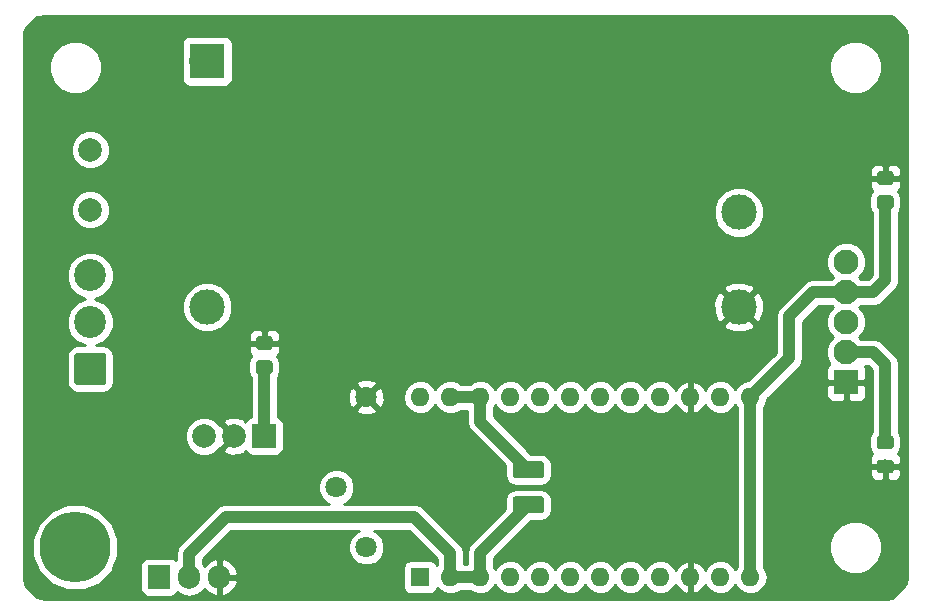
<source format=gbr>
G04 #@! TF.GenerationSoftware,KiCad,Pcbnew,(5.0.2)-1*
G04 #@! TF.CreationDate,2019-02-12T20:31:54-06:00*
G04 #@! TF.ProjectId,Nixie-PSU,4e697869-652d-4505-9355-2e6b69636164,rev?*
G04 #@! TF.SameCoordinates,Original*
G04 #@! TF.FileFunction,Copper,L2,Bot*
G04 #@! TF.FilePolarity,Positive*
%FSLAX46Y46*%
G04 Gerber Fmt 4.6, Leading zero omitted, Abs format (unit mm)*
G04 Created by KiCad (PCBNEW (5.0.2)-1) date 2/12/2019 8:31:54 PM*
%MOMM*%
%LPD*%
G01*
G04 APERTURE LIST*
G04 #@! TA.AperFunction,Conductor*
%ADD10C,0.100000*%
G04 #@! TD*
G04 #@! TA.AperFunction,SMDPad,CuDef*
%ADD11C,1.425000*%
G04 #@! TD*
G04 #@! TA.AperFunction,SMDPad,CuDef*
%ADD12C,1.150000*%
G04 #@! TD*
G04 #@! TA.AperFunction,ComponentPad*
%ADD13C,3.000000*%
G04 #@! TD*
G04 #@! TA.AperFunction,ComponentPad*
%ADD14R,3.000000X3.000000*%
G04 #@! TD*
G04 #@! TA.AperFunction,ComponentPad*
%ADD15C,1.800000*%
G04 #@! TD*
G04 #@! TA.AperFunction,ComponentPad*
%ADD16R,1.600000X1.600000*%
G04 #@! TD*
G04 #@! TA.AperFunction,ComponentPad*
%ADD17O,1.600000X1.600000*%
G04 #@! TD*
G04 #@! TA.AperFunction,ComponentPad*
%ADD18R,2.000000X2.000000*%
G04 #@! TD*
G04 #@! TA.AperFunction,ComponentPad*
%ADD19C,2.000000*%
G04 #@! TD*
G04 #@! TA.AperFunction,ComponentPad*
%ADD20C,6.000000*%
G04 #@! TD*
G04 #@! TA.AperFunction,ComponentPad*
%ADD21C,2.700000*%
G04 #@! TD*
G04 #@! TA.AperFunction,ComponentPad*
%ADD22R,1.905000X2.000000*%
G04 #@! TD*
G04 #@! TA.AperFunction,ComponentPad*
%ADD23O,1.905000X2.000000*%
G04 #@! TD*
G04 #@! TA.AperFunction,ComponentPad*
%ADD24R,2.100000X2.100000*%
G04 #@! TD*
G04 #@! TA.AperFunction,ComponentPad*
%ADD25C,2.100000*%
G04 #@! TD*
G04 #@! TA.AperFunction,Conductor*
%ADD26C,1.000000*%
G04 #@! TD*
G04 #@! TA.AperFunction,Conductor*
%ADD27C,2.000000*%
G04 #@! TD*
G04 #@! TA.AperFunction,Conductor*
%ADD28C,0.254000*%
G04 #@! TD*
G04 APERTURE END LIST*
D10*
G04 #@! TO.N,Net-(C1-Pad1)*
G04 #@! TO.C,C1*
G36*
X133433504Y-92216204D02*
X133457773Y-92219804D01*
X133481571Y-92225765D01*
X133504671Y-92234030D01*
X133526849Y-92244520D01*
X133547893Y-92257133D01*
X133567598Y-92271747D01*
X133585777Y-92288223D01*
X133602253Y-92306402D01*
X133616867Y-92326107D01*
X133629480Y-92347151D01*
X133639970Y-92369329D01*
X133648235Y-92392429D01*
X133654196Y-92416227D01*
X133657796Y-92440496D01*
X133659000Y-92465000D01*
X133659000Y-93390000D01*
X133657796Y-93414504D01*
X133654196Y-93438773D01*
X133648235Y-93462571D01*
X133639970Y-93485671D01*
X133629480Y-93507849D01*
X133616867Y-93528893D01*
X133602253Y-93548598D01*
X133585777Y-93566777D01*
X133567598Y-93583253D01*
X133547893Y-93597867D01*
X133526849Y-93610480D01*
X133504671Y-93620970D01*
X133481571Y-93629235D01*
X133457773Y-93635196D01*
X133433504Y-93638796D01*
X133409000Y-93640000D01*
X131259000Y-93640000D01*
X131234496Y-93638796D01*
X131210227Y-93635196D01*
X131186429Y-93629235D01*
X131163329Y-93620970D01*
X131141151Y-93610480D01*
X131120107Y-93597867D01*
X131100402Y-93583253D01*
X131082223Y-93566777D01*
X131065747Y-93548598D01*
X131051133Y-93528893D01*
X131038520Y-93507849D01*
X131028030Y-93485671D01*
X131019765Y-93462571D01*
X131013804Y-93438773D01*
X131010204Y-93414504D01*
X131009000Y-93390000D01*
X131009000Y-92465000D01*
X131010204Y-92440496D01*
X131013804Y-92416227D01*
X131019765Y-92392429D01*
X131028030Y-92369329D01*
X131038520Y-92347151D01*
X131051133Y-92326107D01*
X131065747Y-92306402D01*
X131082223Y-92288223D01*
X131100402Y-92271747D01*
X131120107Y-92257133D01*
X131141151Y-92244520D01*
X131163329Y-92234030D01*
X131186429Y-92225765D01*
X131210227Y-92219804D01*
X131234496Y-92216204D01*
X131259000Y-92215000D01*
X133409000Y-92215000D01*
X133433504Y-92216204D01*
X133433504Y-92216204D01*
G37*
D11*
G04 #@! TD*
G04 #@! TO.P,C1,1*
G04 #@! TO.N,Net-(C1-Pad1)*
X132334000Y-92927500D03*
D10*
G04 #@! TO.N,+12V*
G04 #@! TO.C,C1*
G36*
X133433504Y-89241204D02*
X133457773Y-89244804D01*
X133481571Y-89250765D01*
X133504671Y-89259030D01*
X133526849Y-89269520D01*
X133547893Y-89282133D01*
X133567598Y-89296747D01*
X133585777Y-89313223D01*
X133602253Y-89331402D01*
X133616867Y-89351107D01*
X133629480Y-89372151D01*
X133639970Y-89394329D01*
X133648235Y-89417429D01*
X133654196Y-89441227D01*
X133657796Y-89465496D01*
X133659000Y-89490000D01*
X133659000Y-90415000D01*
X133657796Y-90439504D01*
X133654196Y-90463773D01*
X133648235Y-90487571D01*
X133639970Y-90510671D01*
X133629480Y-90532849D01*
X133616867Y-90553893D01*
X133602253Y-90573598D01*
X133585777Y-90591777D01*
X133567598Y-90608253D01*
X133547893Y-90622867D01*
X133526849Y-90635480D01*
X133504671Y-90645970D01*
X133481571Y-90654235D01*
X133457773Y-90660196D01*
X133433504Y-90663796D01*
X133409000Y-90665000D01*
X131259000Y-90665000D01*
X131234496Y-90663796D01*
X131210227Y-90660196D01*
X131186429Y-90654235D01*
X131163329Y-90645970D01*
X131141151Y-90635480D01*
X131120107Y-90622867D01*
X131100402Y-90608253D01*
X131082223Y-90591777D01*
X131065747Y-90573598D01*
X131051133Y-90553893D01*
X131038520Y-90532849D01*
X131028030Y-90510671D01*
X131019765Y-90487571D01*
X131013804Y-90463773D01*
X131010204Y-90439504D01*
X131009000Y-90415000D01*
X131009000Y-89490000D01*
X131010204Y-89465496D01*
X131013804Y-89441227D01*
X131019765Y-89417429D01*
X131028030Y-89394329D01*
X131038520Y-89372151D01*
X131051133Y-89351107D01*
X131065747Y-89331402D01*
X131082223Y-89313223D01*
X131100402Y-89296747D01*
X131120107Y-89282133D01*
X131141151Y-89269520D01*
X131163329Y-89259030D01*
X131186429Y-89250765D01*
X131210227Y-89244804D01*
X131234496Y-89241204D01*
X131259000Y-89240000D01*
X133409000Y-89240000D01*
X133433504Y-89241204D01*
X133433504Y-89241204D01*
G37*
D11*
G04 #@! TD*
G04 #@! TO.P,C1,2*
G04 #@! TO.N,+12V*
X132334000Y-89952500D03*
D10*
G04 #@! TO.N,+12V*
G04 #@! TO.C,C2*
G36*
X110456505Y-80706204D02*
X110480773Y-80709804D01*
X110504572Y-80715765D01*
X110527671Y-80724030D01*
X110549850Y-80734520D01*
X110570893Y-80747132D01*
X110590599Y-80761747D01*
X110608777Y-80778223D01*
X110625253Y-80796401D01*
X110639868Y-80816107D01*
X110652480Y-80837150D01*
X110662970Y-80859329D01*
X110671235Y-80882428D01*
X110677196Y-80906227D01*
X110680796Y-80930495D01*
X110682000Y-80954999D01*
X110682000Y-81605001D01*
X110680796Y-81629505D01*
X110677196Y-81653773D01*
X110671235Y-81677572D01*
X110662970Y-81700671D01*
X110652480Y-81722850D01*
X110639868Y-81743893D01*
X110625253Y-81763599D01*
X110608777Y-81781777D01*
X110590599Y-81798253D01*
X110570893Y-81812868D01*
X110549850Y-81825480D01*
X110527671Y-81835970D01*
X110504572Y-81844235D01*
X110480773Y-81850196D01*
X110456505Y-81853796D01*
X110432001Y-81855000D01*
X109531999Y-81855000D01*
X109507495Y-81853796D01*
X109483227Y-81850196D01*
X109459428Y-81844235D01*
X109436329Y-81835970D01*
X109414150Y-81825480D01*
X109393107Y-81812868D01*
X109373401Y-81798253D01*
X109355223Y-81781777D01*
X109338747Y-81763599D01*
X109324132Y-81743893D01*
X109311520Y-81722850D01*
X109301030Y-81700671D01*
X109292765Y-81677572D01*
X109286804Y-81653773D01*
X109283204Y-81629505D01*
X109282000Y-81605001D01*
X109282000Y-80954999D01*
X109283204Y-80930495D01*
X109286804Y-80906227D01*
X109292765Y-80882428D01*
X109301030Y-80859329D01*
X109311520Y-80837150D01*
X109324132Y-80816107D01*
X109338747Y-80796401D01*
X109355223Y-80778223D01*
X109373401Y-80761747D01*
X109393107Y-80747132D01*
X109414150Y-80734520D01*
X109436329Y-80724030D01*
X109459428Y-80715765D01*
X109483227Y-80709804D01*
X109507495Y-80706204D01*
X109531999Y-80705000D01*
X110432001Y-80705000D01*
X110456505Y-80706204D01*
X110456505Y-80706204D01*
G37*
D12*
G04 #@! TD*
G04 #@! TO.P,C2,1*
G04 #@! TO.N,+12V*
X109982000Y-81280000D03*
D10*
G04 #@! TO.N,GND*
G04 #@! TO.C,C2*
G36*
X110456505Y-78656204D02*
X110480773Y-78659804D01*
X110504572Y-78665765D01*
X110527671Y-78674030D01*
X110549850Y-78684520D01*
X110570893Y-78697132D01*
X110590599Y-78711747D01*
X110608777Y-78728223D01*
X110625253Y-78746401D01*
X110639868Y-78766107D01*
X110652480Y-78787150D01*
X110662970Y-78809329D01*
X110671235Y-78832428D01*
X110677196Y-78856227D01*
X110680796Y-78880495D01*
X110682000Y-78904999D01*
X110682000Y-79555001D01*
X110680796Y-79579505D01*
X110677196Y-79603773D01*
X110671235Y-79627572D01*
X110662970Y-79650671D01*
X110652480Y-79672850D01*
X110639868Y-79693893D01*
X110625253Y-79713599D01*
X110608777Y-79731777D01*
X110590599Y-79748253D01*
X110570893Y-79762868D01*
X110549850Y-79775480D01*
X110527671Y-79785970D01*
X110504572Y-79794235D01*
X110480773Y-79800196D01*
X110456505Y-79803796D01*
X110432001Y-79805000D01*
X109531999Y-79805000D01*
X109507495Y-79803796D01*
X109483227Y-79800196D01*
X109459428Y-79794235D01*
X109436329Y-79785970D01*
X109414150Y-79775480D01*
X109393107Y-79762868D01*
X109373401Y-79748253D01*
X109355223Y-79731777D01*
X109338747Y-79713599D01*
X109324132Y-79693893D01*
X109311520Y-79672850D01*
X109301030Y-79650671D01*
X109292765Y-79627572D01*
X109286804Y-79603773D01*
X109283204Y-79579505D01*
X109282000Y-79555001D01*
X109282000Y-78904999D01*
X109283204Y-78880495D01*
X109286804Y-78856227D01*
X109292765Y-78832428D01*
X109301030Y-78809329D01*
X109311520Y-78787150D01*
X109324132Y-78766107D01*
X109338747Y-78746401D01*
X109355223Y-78728223D01*
X109373401Y-78711747D01*
X109393107Y-78697132D01*
X109414150Y-78684520D01*
X109436329Y-78674030D01*
X109459428Y-78665765D01*
X109483227Y-78659804D01*
X109507495Y-78656204D01*
X109531999Y-78655000D01*
X110432001Y-78655000D01*
X110456505Y-78656204D01*
X110456505Y-78656204D01*
G37*
D12*
G04 #@! TD*
G04 #@! TO.P,C2,2*
G04 #@! TO.N,GND*
X109982000Y-79230000D03*
D10*
G04 #@! TO.N,GND*
G04 #@! TO.C,C3*
G36*
X163034505Y-89106204D02*
X163058773Y-89109804D01*
X163082572Y-89115765D01*
X163105671Y-89124030D01*
X163127850Y-89134520D01*
X163148893Y-89147132D01*
X163168599Y-89161747D01*
X163186777Y-89178223D01*
X163203253Y-89196401D01*
X163217868Y-89216107D01*
X163230480Y-89237150D01*
X163240970Y-89259329D01*
X163249235Y-89282428D01*
X163255196Y-89306227D01*
X163258796Y-89330495D01*
X163260000Y-89354999D01*
X163260000Y-90005001D01*
X163258796Y-90029505D01*
X163255196Y-90053773D01*
X163249235Y-90077572D01*
X163240970Y-90100671D01*
X163230480Y-90122850D01*
X163217868Y-90143893D01*
X163203253Y-90163599D01*
X163186777Y-90181777D01*
X163168599Y-90198253D01*
X163148893Y-90212868D01*
X163127850Y-90225480D01*
X163105671Y-90235970D01*
X163082572Y-90244235D01*
X163058773Y-90250196D01*
X163034505Y-90253796D01*
X163010001Y-90255000D01*
X162109999Y-90255000D01*
X162085495Y-90253796D01*
X162061227Y-90250196D01*
X162037428Y-90244235D01*
X162014329Y-90235970D01*
X161992150Y-90225480D01*
X161971107Y-90212868D01*
X161951401Y-90198253D01*
X161933223Y-90181777D01*
X161916747Y-90163599D01*
X161902132Y-90143893D01*
X161889520Y-90122850D01*
X161879030Y-90100671D01*
X161870765Y-90077572D01*
X161864804Y-90053773D01*
X161861204Y-90029505D01*
X161860000Y-90005001D01*
X161860000Y-89354999D01*
X161861204Y-89330495D01*
X161864804Y-89306227D01*
X161870765Y-89282428D01*
X161879030Y-89259329D01*
X161889520Y-89237150D01*
X161902132Y-89216107D01*
X161916747Y-89196401D01*
X161933223Y-89178223D01*
X161951401Y-89161747D01*
X161971107Y-89147132D01*
X161992150Y-89134520D01*
X162014329Y-89124030D01*
X162037428Y-89115765D01*
X162061227Y-89109804D01*
X162085495Y-89106204D01*
X162109999Y-89105000D01*
X163010001Y-89105000D01*
X163034505Y-89106204D01*
X163034505Y-89106204D01*
G37*
D12*
G04 #@! TD*
G04 #@! TO.P,C3,2*
G04 #@! TO.N,GND*
X162560000Y-89680000D03*
D10*
G04 #@! TO.N,+5V*
G04 #@! TO.C,C3*
G36*
X163034505Y-87056204D02*
X163058773Y-87059804D01*
X163082572Y-87065765D01*
X163105671Y-87074030D01*
X163127850Y-87084520D01*
X163148893Y-87097132D01*
X163168599Y-87111747D01*
X163186777Y-87128223D01*
X163203253Y-87146401D01*
X163217868Y-87166107D01*
X163230480Y-87187150D01*
X163240970Y-87209329D01*
X163249235Y-87232428D01*
X163255196Y-87256227D01*
X163258796Y-87280495D01*
X163260000Y-87304999D01*
X163260000Y-87955001D01*
X163258796Y-87979505D01*
X163255196Y-88003773D01*
X163249235Y-88027572D01*
X163240970Y-88050671D01*
X163230480Y-88072850D01*
X163217868Y-88093893D01*
X163203253Y-88113599D01*
X163186777Y-88131777D01*
X163168599Y-88148253D01*
X163148893Y-88162868D01*
X163127850Y-88175480D01*
X163105671Y-88185970D01*
X163082572Y-88194235D01*
X163058773Y-88200196D01*
X163034505Y-88203796D01*
X163010001Y-88205000D01*
X162109999Y-88205000D01*
X162085495Y-88203796D01*
X162061227Y-88200196D01*
X162037428Y-88194235D01*
X162014329Y-88185970D01*
X161992150Y-88175480D01*
X161971107Y-88162868D01*
X161951401Y-88148253D01*
X161933223Y-88131777D01*
X161916747Y-88113599D01*
X161902132Y-88093893D01*
X161889520Y-88072850D01*
X161879030Y-88050671D01*
X161870765Y-88027572D01*
X161864804Y-88003773D01*
X161861204Y-87979505D01*
X161860000Y-87955001D01*
X161860000Y-87304999D01*
X161861204Y-87280495D01*
X161864804Y-87256227D01*
X161870765Y-87232428D01*
X161879030Y-87209329D01*
X161889520Y-87187150D01*
X161902132Y-87166107D01*
X161916747Y-87146401D01*
X161933223Y-87128223D01*
X161951401Y-87111747D01*
X161971107Y-87097132D01*
X161992150Y-87084520D01*
X162014329Y-87074030D01*
X162037428Y-87065765D01*
X162061227Y-87059804D01*
X162085495Y-87056204D01*
X162109999Y-87055000D01*
X163010001Y-87055000D01*
X163034505Y-87056204D01*
X163034505Y-87056204D01*
G37*
D12*
G04 #@! TD*
G04 #@! TO.P,C3,1*
G04 #@! TO.N,+5V*
X162560000Y-87630000D03*
D10*
G04 #@! TO.N,GND*
G04 #@! TO.C,C4*
G36*
X163034505Y-64686204D02*
X163058773Y-64689804D01*
X163082572Y-64695765D01*
X163105671Y-64704030D01*
X163127850Y-64714520D01*
X163148893Y-64727132D01*
X163168599Y-64741747D01*
X163186777Y-64758223D01*
X163203253Y-64776401D01*
X163217868Y-64796107D01*
X163230480Y-64817150D01*
X163240970Y-64839329D01*
X163249235Y-64862428D01*
X163255196Y-64886227D01*
X163258796Y-64910495D01*
X163260000Y-64934999D01*
X163260000Y-65585001D01*
X163258796Y-65609505D01*
X163255196Y-65633773D01*
X163249235Y-65657572D01*
X163240970Y-65680671D01*
X163230480Y-65702850D01*
X163217868Y-65723893D01*
X163203253Y-65743599D01*
X163186777Y-65761777D01*
X163168599Y-65778253D01*
X163148893Y-65792868D01*
X163127850Y-65805480D01*
X163105671Y-65815970D01*
X163082572Y-65824235D01*
X163058773Y-65830196D01*
X163034505Y-65833796D01*
X163010001Y-65835000D01*
X162109999Y-65835000D01*
X162085495Y-65833796D01*
X162061227Y-65830196D01*
X162037428Y-65824235D01*
X162014329Y-65815970D01*
X161992150Y-65805480D01*
X161971107Y-65792868D01*
X161951401Y-65778253D01*
X161933223Y-65761777D01*
X161916747Y-65743599D01*
X161902132Y-65723893D01*
X161889520Y-65702850D01*
X161879030Y-65680671D01*
X161870765Y-65657572D01*
X161864804Y-65633773D01*
X161861204Y-65609505D01*
X161860000Y-65585001D01*
X161860000Y-64934999D01*
X161861204Y-64910495D01*
X161864804Y-64886227D01*
X161870765Y-64862428D01*
X161879030Y-64839329D01*
X161889520Y-64817150D01*
X161902132Y-64796107D01*
X161916747Y-64776401D01*
X161933223Y-64758223D01*
X161951401Y-64741747D01*
X161971107Y-64727132D01*
X161992150Y-64714520D01*
X162014329Y-64704030D01*
X162037428Y-64695765D01*
X162061227Y-64689804D01*
X162085495Y-64686204D01*
X162109999Y-64685000D01*
X163010001Y-64685000D01*
X163034505Y-64686204D01*
X163034505Y-64686204D01*
G37*
D12*
G04 #@! TD*
G04 #@! TO.P,C4,1*
G04 #@! TO.N,GND*
X162560000Y-65260000D03*
D10*
G04 #@! TO.N,+VDC*
G04 #@! TO.C,C4*
G36*
X163034505Y-66736204D02*
X163058773Y-66739804D01*
X163082572Y-66745765D01*
X163105671Y-66754030D01*
X163127850Y-66764520D01*
X163148893Y-66777132D01*
X163168599Y-66791747D01*
X163186777Y-66808223D01*
X163203253Y-66826401D01*
X163217868Y-66846107D01*
X163230480Y-66867150D01*
X163240970Y-66889329D01*
X163249235Y-66912428D01*
X163255196Y-66936227D01*
X163258796Y-66960495D01*
X163260000Y-66984999D01*
X163260000Y-67635001D01*
X163258796Y-67659505D01*
X163255196Y-67683773D01*
X163249235Y-67707572D01*
X163240970Y-67730671D01*
X163230480Y-67752850D01*
X163217868Y-67773893D01*
X163203253Y-67793599D01*
X163186777Y-67811777D01*
X163168599Y-67828253D01*
X163148893Y-67842868D01*
X163127850Y-67855480D01*
X163105671Y-67865970D01*
X163082572Y-67874235D01*
X163058773Y-67880196D01*
X163034505Y-67883796D01*
X163010001Y-67885000D01*
X162109999Y-67885000D01*
X162085495Y-67883796D01*
X162061227Y-67880196D01*
X162037428Y-67874235D01*
X162014329Y-67865970D01*
X161992150Y-67855480D01*
X161971107Y-67842868D01*
X161951401Y-67828253D01*
X161933223Y-67811777D01*
X161916747Y-67793599D01*
X161902132Y-67773893D01*
X161889520Y-67752850D01*
X161879030Y-67730671D01*
X161870765Y-67707572D01*
X161864804Y-67683773D01*
X161861204Y-67659505D01*
X161860000Y-67635001D01*
X161860000Y-66984999D01*
X161861204Y-66960495D01*
X161864804Y-66936227D01*
X161870765Y-66912428D01*
X161879030Y-66889329D01*
X161889520Y-66867150D01*
X161902132Y-66846107D01*
X161916747Y-66826401D01*
X161933223Y-66808223D01*
X161951401Y-66791747D01*
X161971107Y-66777132D01*
X161992150Y-66764520D01*
X162014329Y-66754030D01*
X162037428Y-66745765D01*
X162061227Y-66739804D01*
X162085495Y-66736204D01*
X162109999Y-66735000D01*
X163010001Y-66735000D01*
X163034505Y-66736204D01*
X163034505Y-66736204D01*
G37*
D12*
G04 #@! TD*
G04 #@! TO.P,C4,2*
G04 #@! TO.N,+VDC*
X162560000Y-67310000D03*
D13*
G04 #@! TO.P,PS1,3*
G04 #@! TO.N,GND*
X150156000Y-76172000D03*
G04 #@! TO.P,PS1,2*
G04 #@! TO.N,Net-(J1-Pad2)*
X105156000Y-76172000D03*
G04 #@! TO.P,PS1,4*
G04 #@! TO.N,+12V*
X150156000Y-68172000D03*
D14*
G04 #@! TO.P,PS1,1*
G04 #@! TO.N,Net-(F1-Pad1)*
X105156000Y-55372000D03*
G04 #@! TD*
D15*
G04 #@! TO.P,RV1,1*
G04 #@! TO.N,GND*
X118618000Y-83820000D03*
G04 #@! TO.P,RV1,2*
G04 #@! TO.N,Net-(RV1-Pad2)*
X116078000Y-91440000D03*
G04 #@! TO.P,RV1,3*
G04 #@! TO.N,Net-(RV1-Pad3)*
X118618000Y-96520000D03*
G04 #@! TD*
D16*
G04 #@! TO.P,VTR1,1*
G04 #@! TO.N,N/C*
X123190000Y-99060000D03*
D17*
G04 #@! TO.P,VTR1,13*
G04 #@! TO.N,+VDC*
X151130000Y-83820000D03*
G04 #@! TO.P,VTR1,2*
G04 #@! TO.N,Net-(C1-Pad1)*
X125730000Y-99060000D03*
G04 #@! TO.P,VTR1,14*
G04 #@! TO.N,N/C*
X148590000Y-83820000D03*
G04 #@! TO.P,VTR1,3*
G04 #@! TO.N,Net-(C1-Pad1)*
X128270000Y-99060000D03*
G04 #@! TO.P,VTR1,15*
G04 #@! TO.N,GND*
X146050000Y-83820000D03*
G04 #@! TO.P,VTR1,4*
G04 #@! TO.N,N/C*
X130810000Y-99060000D03*
G04 #@! TO.P,VTR1,16*
X143510000Y-83820000D03*
G04 #@! TO.P,VTR1,5*
X133350000Y-99060000D03*
G04 #@! TO.P,VTR1,17*
X140970000Y-83820000D03*
G04 #@! TO.P,VTR1,6*
X135890000Y-99060000D03*
G04 #@! TO.P,VTR1,18*
X138430000Y-83820000D03*
G04 #@! TO.P,VTR1,7*
X138430000Y-99060000D03*
G04 #@! TO.P,VTR1,19*
X135890000Y-83820000D03*
G04 #@! TO.P,VTR1,8*
G04 #@! TO.N,Net-(RV1-Pad2)*
X140970000Y-99060000D03*
G04 #@! TO.P,VTR1,20*
G04 #@! TO.N,N/C*
X133350000Y-83820000D03*
G04 #@! TO.P,VTR1,9*
G04 #@! TO.N,Net-(RV1-Pad3)*
X143510000Y-99060000D03*
G04 #@! TO.P,VTR1,21*
G04 #@! TO.N,N/C*
X130810000Y-83820000D03*
G04 #@! TO.P,VTR1,10*
G04 #@! TO.N,GND*
X146050000Y-99060000D03*
G04 #@! TO.P,VTR1,22*
G04 #@! TO.N,+12V*
X128270000Y-83820000D03*
G04 #@! TO.P,VTR1,11*
G04 #@! TO.N,N/C*
X148590000Y-99060000D03*
G04 #@! TO.P,VTR1,23*
G04 #@! TO.N,+12V*
X125730000Y-83820000D03*
G04 #@! TO.P,VTR1,12*
G04 #@! TO.N,+VDC*
X151130000Y-99060000D03*
G04 #@! TO.P,VTR1,24*
G04 #@! TO.N,N/C*
X123190000Y-83820000D03*
G04 #@! TD*
D18*
G04 #@! TO.P,VTR2,1*
G04 #@! TO.N,+12V*
X109982000Y-87122000D03*
D19*
G04 #@! TO.P,VTR2,2*
G04 #@! TO.N,GND*
X107442000Y-87122000D03*
G04 #@! TO.P,VTR2,3*
G04 #@! TO.N,+5V*
X104902000Y-87122000D03*
G04 #@! TD*
D20*
G04 #@! TO.P,H1,1*
G04 #@! TO.N,Earth*
X93980000Y-96520000D03*
G04 #@! TD*
D19*
G04 #@! TO.P,F1,1*
G04 #@! TO.N,Net-(F1-Pad1)*
X95260000Y-62865000D03*
G04 #@! TO.P,F1,2*
G04 #@! TO.N,Net-(F1-Pad2)*
X95250000Y-67945000D03*
G04 #@! TD*
D10*
G04 #@! TO.N,Earth*
G04 #@! TO.C,J1*
G36*
X96374503Y-80081204D02*
X96398772Y-80084804D01*
X96422570Y-80090765D01*
X96445670Y-80099030D01*
X96467849Y-80109520D01*
X96488892Y-80122133D01*
X96508598Y-80136748D01*
X96526776Y-80153224D01*
X96543252Y-80171402D01*
X96557867Y-80191108D01*
X96570480Y-80212151D01*
X96580970Y-80234330D01*
X96589235Y-80257430D01*
X96595196Y-80281228D01*
X96598796Y-80305497D01*
X96600000Y-80330001D01*
X96600000Y-82529999D01*
X96598796Y-82554503D01*
X96595196Y-82578772D01*
X96589235Y-82602570D01*
X96580970Y-82625670D01*
X96570480Y-82647849D01*
X96557867Y-82668892D01*
X96543252Y-82688598D01*
X96526776Y-82706776D01*
X96508598Y-82723252D01*
X96488892Y-82737867D01*
X96467849Y-82750480D01*
X96445670Y-82760970D01*
X96422570Y-82769235D01*
X96398772Y-82775196D01*
X96374503Y-82778796D01*
X96349999Y-82780000D01*
X94150001Y-82780000D01*
X94125497Y-82778796D01*
X94101228Y-82775196D01*
X94077430Y-82769235D01*
X94054330Y-82760970D01*
X94032151Y-82750480D01*
X94011108Y-82737867D01*
X93991402Y-82723252D01*
X93973224Y-82706776D01*
X93956748Y-82688598D01*
X93942133Y-82668892D01*
X93929520Y-82647849D01*
X93919030Y-82625670D01*
X93910765Y-82602570D01*
X93904804Y-82578772D01*
X93901204Y-82554503D01*
X93900000Y-82529999D01*
X93900000Y-80330001D01*
X93901204Y-80305497D01*
X93904804Y-80281228D01*
X93910765Y-80257430D01*
X93919030Y-80234330D01*
X93929520Y-80212151D01*
X93942133Y-80191108D01*
X93956748Y-80171402D01*
X93973224Y-80153224D01*
X93991402Y-80136748D01*
X94011108Y-80122133D01*
X94032151Y-80109520D01*
X94054330Y-80099030D01*
X94077430Y-80090765D01*
X94101228Y-80084804D01*
X94125497Y-80081204D01*
X94150001Y-80080000D01*
X96349999Y-80080000D01*
X96374503Y-80081204D01*
X96374503Y-80081204D01*
G37*
D21*
G04 #@! TD*
G04 #@! TO.P,J1,1*
G04 #@! TO.N,Earth*
X95250000Y-81430000D03*
G04 #@! TO.P,J1,2*
G04 #@! TO.N,Net-(J1-Pad2)*
X95250000Y-77470000D03*
G04 #@! TO.P,J1,3*
G04 #@! TO.N,Net-(F1-Pad2)*
X95250000Y-73510000D03*
G04 #@! TD*
D22*
G04 #@! TO.P,Q1,1*
G04 #@! TO.N,Net-(Q1-Pad1)*
X101092000Y-99060000D03*
D23*
G04 #@! TO.P,Q1,2*
G04 #@! TO.N,Net-(C1-Pad1)*
X103632000Y-99060000D03*
G04 #@! TO.P,Q1,3*
G04 #@! TO.N,GND*
X106172000Y-99060000D03*
G04 #@! TD*
D24*
G04 #@! TO.P,J2,1*
G04 #@! TO.N,GND*
X159258000Y-82550000D03*
D25*
G04 #@! TO.P,J2,2*
G04 #@! TO.N,+5V*
X159258000Y-80010000D03*
G04 #@! TO.P,J2,3*
G04 #@! TO.N,+12V*
X159258000Y-77470000D03*
G04 #@! TO.P,J2,4*
G04 #@! TO.N,+VDC*
X159258000Y-74930000D03*
G04 #@! TO.P,J2,5*
G04 #@! TO.N,/HVDC_Ctrl*
X159258000Y-72390000D03*
G04 #@! TD*
D26*
G04 #@! TO.N,GND*
X150128000Y-76200000D02*
X150156000Y-76172000D01*
G04 #@! TO.N,+12V*
X125730000Y-83820000D02*
X128270000Y-83820000D01*
X128270000Y-85888500D02*
X132334000Y-89952500D01*
X128270000Y-83820000D02*
X128270000Y-85888500D01*
X109982000Y-81280000D02*
X109982000Y-87122000D01*
G04 #@! TO.N,+5V*
X161544000Y-80010000D02*
X159258000Y-80010000D01*
X162560000Y-87630000D02*
X162560000Y-81026000D01*
X162560000Y-81026000D02*
X161544000Y-80010000D01*
G04 #@! TO.N,+VDC*
X151130000Y-99060000D02*
X151130000Y-83820000D01*
X162560000Y-73914000D02*
X162560000Y-67310000D01*
X159258000Y-74930000D02*
X161544000Y-74930000D01*
X161544000Y-74930000D02*
X162560000Y-73914000D01*
X159258000Y-74930000D02*
X156464000Y-74930000D01*
X156464000Y-74930000D02*
X154432000Y-76962000D01*
X154432000Y-80518000D02*
X151130000Y-83820000D01*
X154432000Y-76962000D02*
X154432000Y-80518000D01*
D27*
G04 #@! TO.N,Net-(F1-Pad1)*
X104648000Y-55372000D02*
X105156000Y-55372000D01*
D26*
G04 #@! TO.N,Net-(C1-Pad1)*
X128270000Y-99060000D02*
X125730000Y-99060000D01*
X128270000Y-96991500D02*
X132334000Y-92927500D01*
X128270000Y-99060000D02*
X128270000Y-96991500D01*
X103632000Y-97060000D02*
X103632000Y-99060000D01*
X106712000Y-93980000D02*
X103632000Y-97060000D01*
X122682000Y-93980000D02*
X106712000Y-93980000D01*
X125730000Y-97028000D02*
X122682000Y-93980000D01*
X125730000Y-99060000D02*
X125730000Y-97028000D01*
G04 #@! TD*
D28*
G04 #@! TO.N,GND*
G36*
X163013698Y-51572958D02*
X163244886Y-51664492D01*
X164240342Y-52659948D01*
X164295067Y-52776244D01*
X164387093Y-53258662D01*
X164390001Y-53351195D01*
X164390000Y-99015333D01*
X164327042Y-99513699D01*
X164235509Y-99744885D01*
X163240051Y-100740343D01*
X163123756Y-100795067D01*
X162641339Y-100887093D01*
X162548836Y-100890000D01*
X91484667Y-100890000D01*
X90986301Y-100827042D01*
X90755115Y-100735509D01*
X89759657Y-99740051D01*
X89704933Y-99623756D01*
X89612907Y-99141339D01*
X89610000Y-99048836D01*
X89610000Y-95796954D01*
X90345000Y-95796954D01*
X90345000Y-97243046D01*
X90898396Y-98579062D01*
X91920938Y-99601604D01*
X93256954Y-100155000D01*
X94703046Y-100155000D01*
X96039062Y-99601604D01*
X97061604Y-98579062D01*
X97276606Y-98060000D01*
X99492060Y-98060000D01*
X99492060Y-100060000D01*
X99541343Y-100307765D01*
X99681691Y-100517809D01*
X99891735Y-100658157D01*
X100139500Y-100707440D01*
X102044500Y-100707440D01*
X102292265Y-100658157D01*
X102502309Y-100517809D01*
X102620509Y-100340912D01*
X103012590Y-100602891D01*
X103632000Y-100726100D01*
X104251411Y-100602891D01*
X104776523Y-100252023D01*
X104911159Y-100050526D01*
X105305076Y-100435973D01*
X105799020Y-100650563D01*
X106045000Y-100530594D01*
X106045000Y-99187000D01*
X106299000Y-99187000D01*
X106299000Y-100530594D01*
X106544980Y-100650563D01*
X107038924Y-100435973D01*
X107481318Y-100003091D01*
X107724380Y-99433864D01*
X107597572Y-99187000D01*
X106299000Y-99187000D01*
X106045000Y-99187000D01*
X106025000Y-99187000D01*
X106025000Y-98933000D01*
X106045000Y-98933000D01*
X106045000Y-97589406D01*
X106299000Y-97589406D01*
X106299000Y-98933000D01*
X107597572Y-98933000D01*
X107724380Y-98686136D01*
X107481318Y-98116909D01*
X107038924Y-97684027D01*
X106544980Y-97469437D01*
X106299000Y-97589406D01*
X106045000Y-97589406D01*
X105799020Y-97469437D01*
X105305076Y-97684027D01*
X104911159Y-98069474D01*
X104776523Y-97867977D01*
X104767000Y-97861614D01*
X104767000Y-97530131D01*
X107182132Y-95115000D01*
X117998823Y-95115000D01*
X117748493Y-95218690D01*
X117316690Y-95650493D01*
X117083000Y-96214670D01*
X117083000Y-96825330D01*
X117316690Y-97389507D01*
X117748493Y-97821310D01*
X118312670Y-98055000D01*
X118923330Y-98055000D01*
X119487507Y-97821310D01*
X119919310Y-97389507D01*
X120153000Y-96825330D01*
X120153000Y-96214670D01*
X119919310Y-95650493D01*
X119487507Y-95218690D01*
X119237177Y-95115000D01*
X122211869Y-95115000D01*
X124595001Y-97498133D01*
X124595000Y-98046640D01*
X124588157Y-98012235D01*
X124447809Y-97802191D01*
X124237765Y-97661843D01*
X123990000Y-97612560D01*
X122390000Y-97612560D01*
X122142235Y-97661843D01*
X121932191Y-97802191D01*
X121791843Y-98012235D01*
X121742560Y-98260000D01*
X121742560Y-99860000D01*
X121791843Y-100107765D01*
X121932191Y-100317809D01*
X122142235Y-100458157D01*
X122390000Y-100507440D01*
X123990000Y-100507440D01*
X124237765Y-100458157D01*
X124447809Y-100317809D01*
X124588157Y-100107765D01*
X124614785Y-99973894D01*
X124695423Y-100094577D01*
X125170091Y-100411740D01*
X125588667Y-100495000D01*
X125871333Y-100495000D01*
X126289909Y-100411740D01*
X126614283Y-100195000D01*
X127385717Y-100195000D01*
X127710091Y-100411740D01*
X128128667Y-100495000D01*
X128411333Y-100495000D01*
X128829909Y-100411740D01*
X129304577Y-100094577D01*
X129540000Y-99742242D01*
X129775423Y-100094577D01*
X130250091Y-100411740D01*
X130668667Y-100495000D01*
X130951333Y-100495000D01*
X131369909Y-100411740D01*
X131844577Y-100094577D01*
X132080000Y-99742242D01*
X132315423Y-100094577D01*
X132790091Y-100411740D01*
X133208667Y-100495000D01*
X133491333Y-100495000D01*
X133909909Y-100411740D01*
X134384577Y-100094577D01*
X134620000Y-99742242D01*
X134855423Y-100094577D01*
X135330091Y-100411740D01*
X135748667Y-100495000D01*
X136031333Y-100495000D01*
X136449909Y-100411740D01*
X136924577Y-100094577D01*
X137160000Y-99742242D01*
X137395423Y-100094577D01*
X137870091Y-100411740D01*
X138288667Y-100495000D01*
X138571333Y-100495000D01*
X138989909Y-100411740D01*
X139464577Y-100094577D01*
X139700000Y-99742242D01*
X139935423Y-100094577D01*
X140410091Y-100411740D01*
X140828667Y-100495000D01*
X141111333Y-100495000D01*
X141529909Y-100411740D01*
X142004577Y-100094577D01*
X142240000Y-99742242D01*
X142475423Y-100094577D01*
X142950091Y-100411740D01*
X143368667Y-100495000D01*
X143651333Y-100495000D01*
X144069909Y-100411740D01*
X144544577Y-100094577D01*
X144800947Y-99710892D01*
X144897611Y-99915134D01*
X145312577Y-100291041D01*
X145700961Y-100451904D01*
X145923000Y-100329915D01*
X145923000Y-99187000D01*
X145903000Y-99187000D01*
X145903000Y-98933000D01*
X145923000Y-98933000D01*
X145923000Y-97790085D01*
X145700961Y-97668096D01*
X145312577Y-97828959D01*
X144897611Y-98204866D01*
X144800947Y-98409108D01*
X144544577Y-98025423D01*
X144069909Y-97708260D01*
X143651333Y-97625000D01*
X143368667Y-97625000D01*
X142950091Y-97708260D01*
X142475423Y-98025423D01*
X142240000Y-98377758D01*
X142004577Y-98025423D01*
X141529909Y-97708260D01*
X141111333Y-97625000D01*
X140828667Y-97625000D01*
X140410091Y-97708260D01*
X139935423Y-98025423D01*
X139700000Y-98377758D01*
X139464577Y-98025423D01*
X138989909Y-97708260D01*
X138571333Y-97625000D01*
X138288667Y-97625000D01*
X137870091Y-97708260D01*
X137395423Y-98025423D01*
X137160000Y-98377758D01*
X136924577Y-98025423D01*
X136449909Y-97708260D01*
X136031333Y-97625000D01*
X135748667Y-97625000D01*
X135330091Y-97708260D01*
X134855423Y-98025423D01*
X134620000Y-98377758D01*
X134384577Y-98025423D01*
X133909909Y-97708260D01*
X133491333Y-97625000D01*
X133208667Y-97625000D01*
X132790091Y-97708260D01*
X132315423Y-98025423D01*
X132080000Y-98377758D01*
X131844577Y-98025423D01*
X131369909Y-97708260D01*
X130951333Y-97625000D01*
X130668667Y-97625000D01*
X130250091Y-97708260D01*
X129775423Y-98025423D01*
X129540000Y-98377758D01*
X129405000Y-98175717D01*
X129405000Y-97461631D01*
X132579192Y-94287440D01*
X133409000Y-94287440D01*
X133752435Y-94219126D01*
X134043586Y-94024586D01*
X134238126Y-93733435D01*
X134306440Y-93390000D01*
X134306440Y-92465000D01*
X134238126Y-92121565D01*
X134043586Y-91830414D01*
X133752435Y-91635874D01*
X133409000Y-91567560D01*
X131259000Y-91567560D01*
X130915565Y-91635874D01*
X130624414Y-91830414D01*
X130429874Y-92121565D01*
X130361560Y-92465000D01*
X130361560Y-93294808D01*
X127546480Y-96109889D01*
X127451712Y-96173211D01*
X127266085Y-96451022D01*
X127200854Y-96548646D01*
X127112765Y-96991500D01*
X127135001Y-97103288D01*
X127135001Y-97925000D01*
X126865000Y-97925000D01*
X126865000Y-97139783D01*
X126887235Y-97028000D01*
X126799146Y-96585145D01*
X126774757Y-96548645D01*
X126548289Y-96209711D01*
X126453521Y-96146389D01*
X123563613Y-93256482D01*
X123500289Y-93161711D01*
X123124855Y-92910854D01*
X122793783Y-92845000D01*
X122682000Y-92822765D01*
X122570217Y-92845000D01*
X116697177Y-92845000D01*
X116947507Y-92741310D01*
X117379310Y-92309507D01*
X117613000Y-91745330D01*
X117613000Y-91134670D01*
X117379310Y-90570493D01*
X116947507Y-90138690D01*
X116383330Y-89905000D01*
X115772670Y-89905000D01*
X115208493Y-90138690D01*
X114776690Y-90570493D01*
X114543000Y-91134670D01*
X114543000Y-91745330D01*
X114776690Y-92309507D01*
X115208493Y-92741310D01*
X115458823Y-92845000D01*
X106823783Y-92845000D01*
X106712000Y-92822765D01*
X106600217Y-92845000D01*
X106269145Y-92910854D01*
X105893711Y-93161711D01*
X105830389Y-93256479D01*
X102908482Y-96178387D01*
X102813711Y-96241711D01*
X102608625Y-96548645D01*
X102562854Y-96617146D01*
X102474765Y-97060000D01*
X102497000Y-97171784D01*
X102497000Y-97598644D01*
X102292265Y-97461843D01*
X102044500Y-97412560D01*
X100139500Y-97412560D01*
X99891735Y-97461843D01*
X99681691Y-97602191D01*
X99541343Y-97812235D01*
X99492060Y-98060000D01*
X97276606Y-98060000D01*
X97615000Y-97243046D01*
X97615000Y-95796954D01*
X97061604Y-94460938D01*
X96039062Y-93438396D01*
X94703046Y-92885000D01*
X93256954Y-92885000D01*
X91920938Y-93438396D01*
X90898396Y-94460938D01*
X90345000Y-95796954D01*
X89610000Y-95796954D01*
X89610000Y-86796778D01*
X103267000Y-86796778D01*
X103267000Y-87447222D01*
X103515914Y-88048153D01*
X103975847Y-88508086D01*
X104576778Y-88757000D01*
X105227222Y-88757000D01*
X105828153Y-88508086D01*
X106254311Y-88081928D01*
X106289468Y-88094927D01*
X107262395Y-87122000D01*
X106289468Y-86149073D01*
X106254311Y-86162072D01*
X106061707Y-85969468D01*
X106469073Y-85969468D01*
X107442000Y-86942395D01*
X107456143Y-86928253D01*
X107635748Y-87107858D01*
X107621605Y-87122000D01*
X107635748Y-87136143D01*
X107456143Y-87315748D01*
X107442000Y-87301605D01*
X106469073Y-88274532D01*
X106567736Y-88541387D01*
X107177461Y-88767908D01*
X107827460Y-88743856D01*
X108316264Y-88541387D01*
X108382400Y-88362509D01*
X108383843Y-88369765D01*
X108524191Y-88579809D01*
X108734235Y-88720157D01*
X108982000Y-88769440D01*
X110982000Y-88769440D01*
X111229765Y-88720157D01*
X111439809Y-88579809D01*
X111580157Y-88369765D01*
X111629440Y-88122000D01*
X111629440Y-86122000D01*
X111580157Y-85874235D01*
X111439809Y-85664191D01*
X111229765Y-85523843D01*
X111117000Y-85501413D01*
X111117000Y-84900159D01*
X117717446Y-84900159D01*
X117803852Y-85156643D01*
X118377336Y-85366458D01*
X118987460Y-85340839D01*
X119432148Y-85156643D01*
X119518554Y-84900159D01*
X118618000Y-83999605D01*
X117717446Y-84900159D01*
X111117000Y-84900159D01*
X111117000Y-83579336D01*
X117071542Y-83579336D01*
X117097161Y-84189460D01*
X117281357Y-84634148D01*
X117537841Y-84720554D01*
X118438395Y-83820000D01*
X118797605Y-83820000D01*
X119698159Y-84720554D01*
X119954643Y-84634148D01*
X120164458Y-84060664D01*
X120154353Y-83820000D01*
X121726887Y-83820000D01*
X121838260Y-84379909D01*
X122155423Y-84854577D01*
X122630091Y-85171740D01*
X123048667Y-85255000D01*
X123331333Y-85255000D01*
X123749909Y-85171740D01*
X124224577Y-84854577D01*
X124460000Y-84502242D01*
X124695423Y-84854577D01*
X125170091Y-85171740D01*
X125588667Y-85255000D01*
X125871333Y-85255000D01*
X126289909Y-85171740D01*
X126614283Y-84955000D01*
X127135001Y-84955000D01*
X127135001Y-85776712D01*
X127112765Y-85888500D01*
X127200854Y-86331354D01*
X127266085Y-86428978D01*
X127451712Y-86706789D01*
X127546480Y-86770111D01*
X130361560Y-89585192D01*
X130361560Y-90415000D01*
X130429874Y-90758435D01*
X130624414Y-91049586D01*
X130915565Y-91244126D01*
X131259000Y-91312440D01*
X133409000Y-91312440D01*
X133752435Y-91244126D01*
X134043586Y-91049586D01*
X134238126Y-90758435D01*
X134306440Y-90415000D01*
X134306440Y-89490000D01*
X134238126Y-89146565D01*
X134043586Y-88855414D01*
X133752435Y-88660874D01*
X133409000Y-88592560D01*
X132579192Y-88592560D01*
X129405000Y-85418369D01*
X129405000Y-84704283D01*
X129540000Y-84502242D01*
X129775423Y-84854577D01*
X130250091Y-85171740D01*
X130668667Y-85255000D01*
X130951333Y-85255000D01*
X131369909Y-85171740D01*
X131844577Y-84854577D01*
X132080000Y-84502242D01*
X132315423Y-84854577D01*
X132790091Y-85171740D01*
X133208667Y-85255000D01*
X133491333Y-85255000D01*
X133909909Y-85171740D01*
X134384577Y-84854577D01*
X134620000Y-84502242D01*
X134855423Y-84854577D01*
X135330091Y-85171740D01*
X135748667Y-85255000D01*
X136031333Y-85255000D01*
X136449909Y-85171740D01*
X136924577Y-84854577D01*
X137160000Y-84502242D01*
X137395423Y-84854577D01*
X137870091Y-85171740D01*
X138288667Y-85255000D01*
X138571333Y-85255000D01*
X138989909Y-85171740D01*
X139464577Y-84854577D01*
X139700000Y-84502242D01*
X139935423Y-84854577D01*
X140410091Y-85171740D01*
X140828667Y-85255000D01*
X141111333Y-85255000D01*
X141529909Y-85171740D01*
X142004577Y-84854577D01*
X142240000Y-84502242D01*
X142475423Y-84854577D01*
X142950091Y-85171740D01*
X143368667Y-85255000D01*
X143651333Y-85255000D01*
X144069909Y-85171740D01*
X144544577Y-84854577D01*
X144800947Y-84470892D01*
X144897611Y-84675134D01*
X145312577Y-85051041D01*
X145700961Y-85211904D01*
X145923000Y-85089915D01*
X145923000Y-83947000D01*
X145903000Y-83947000D01*
X145903000Y-83693000D01*
X145923000Y-83693000D01*
X145923000Y-82550085D01*
X146177000Y-82550085D01*
X146177000Y-83693000D01*
X146197000Y-83693000D01*
X146197000Y-83947000D01*
X146177000Y-83947000D01*
X146177000Y-85089915D01*
X146399039Y-85211904D01*
X146787423Y-85051041D01*
X147202389Y-84675134D01*
X147299053Y-84470892D01*
X147555423Y-84854577D01*
X148030091Y-85171740D01*
X148448667Y-85255000D01*
X148731333Y-85255000D01*
X149149909Y-85171740D01*
X149624577Y-84854577D01*
X149860000Y-84502242D01*
X149995001Y-84704285D01*
X149995000Y-98175717D01*
X149860000Y-98377758D01*
X149624577Y-98025423D01*
X149149909Y-97708260D01*
X148731333Y-97625000D01*
X148448667Y-97625000D01*
X148030091Y-97708260D01*
X147555423Y-98025423D01*
X147299053Y-98409108D01*
X147202389Y-98204866D01*
X146787423Y-97828959D01*
X146399039Y-97668096D01*
X146177000Y-97790085D01*
X146177000Y-98933000D01*
X146197000Y-98933000D01*
X146197000Y-99187000D01*
X146177000Y-99187000D01*
X146177000Y-100329915D01*
X146399039Y-100451904D01*
X146787423Y-100291041D01*
X147202389Y-99915134D01*
X147299053Y-99710892D01*
X147555423Y-100094577D01*
X148030091Y-100411740D01*
X148448667Y-100495000D01*
X148731333Y-100495000D01*
X149149909Y-100411740D01*
X149624577Y-100094577D01*
X149860000Y-99742242D01*
X150095423Y-100094577D01*
X150570091Y-100411740D01*
X150988667Y-100495000D01*
X151271333Y-100495000D01*
X151689909Y-100411740D01*
X152164577Y-100094577D01*
X152481740Y-99619909D01*
X152593113Y-99060000D01*
X152481740Y-98500091D01*
X152265000Y-98175717D01*
X152265000Y-96075431D01*
X157785000Y-96075431D01*
X157785000Y-96964569D01*
X158125259Y-97786026D01*
X158753974Y-98414741D01*
X159575431Y-98755000D01*
X160464569Y-98755000D01*
X161286026Y-98414741D01*
X161914741Y-97786026D01*
X162255000Y-96964569D01*
X162255000Y-96075431D01*
X161914741Y-95253974D01*
X161286026Y-94625259D01*
X160464569Y-94285000D01*
X159575431Y-94285000D01*
X158753974Y-94625259D01*
X158125259Y-95253974D01*
X157785000Y-96075431D01*
X152265000Y-96075431D01*
X152265000Y-89965750D01*
X161225000Y-89965750D01*
X161225000Y-90381309D01*
X161321673Y-90614698D01*
X161500301Y-90793327D01*
X161733690Y-90890000D01*
X162274250Y-90890000D01*
X162433000Y-90731250D01*
X162433000Y-89807000D01*
X162687000Y-89807000D01*
X162687000Y-90731250D01*
X162845750Y-90890000D01*
X163386310Y-90890000D01*
X163619699Y-90793327D01*
X163798327Y-90614698D01*
X163895000Y-90381309D01*
X163895000Y-89965750D01*
X163736250Y-89807000D01*
X162687000Y-89807000D01*
X162433000Y-89807000D01*
X161383750Y-89807000D01*
X161225000Y-89965750D01*
X152265000Y-89965750D01*
X152265000Y-84704283D01*
X152481740Y-84379909D01*
X152557849Y-83997282D01*
X153719381Y-82835750D01*
X157573000Y-82835750D01*
X157573000Y-83726309D01*
X157669673Y-83959698D01*
X157848301Y-84138327D01*
X158081690Y-84235000D01*
X158972250Y-84235000D01*
X159131000Y-84076250D01*
X159131000Y-82677000D01*
X159385000Y-82677000D01*
X159385000Y-84076250D01*
X159543750Y-84235000D01*
X160434310Y-84235000D01*
X160667699Y-84138327D01*
X160846327Y-83959698D01*
X160943000Y-83726309D01*
X160943000Y-82835750D01*
X160784250Y-82677000D01*
X159385000Y-82677000D01*
X159131000Y-82677000D01*
X157731750Y-82677000D01*
X157573000Y-82835750D01*
X153719381Y-82835750D01*
X155155521Y-81399611D01*
X155250289Y-81336289D01*
X155501146Y-80960855D01*
X155539483Y-80768120D01*
X155589235Y-80518001D01*
X155567000Y-80406218D01*
X155567000Y-77432131D01*
X156934132Y-76065000D01*
X158010050Y-76065000D01*
X158145050Y-76200000D01*
X157829526Y-76515524D01*
X157573000Y-77134833D01*
X157573000Y-77805167D01*
X157829526Y-78424476D01*
X158145050Y-78740000D01*
X157829526Y-79055524D01*
X157573000Y-79674833D01*
X157573000Y-80345167D01*
X157829526Y-80964476D01*
X157837512Y-80972462D01*
X157669673Y-81140302D01*
X157573000Y-81373691D01*
X157573000Y-82264250D01*
X157731750Y-82423000D01*
X159131000Y-82423000D01*
X159131000Y-82403000D01*
X159385000Y-82403000D01*
X159385000Y-82423000D01*
X160784250Y-82423000D01*
X160943000Y-82264250D01*
X160943000Y-81373691D01*
X160848273Y-81145000D01*
X161073869Y-81145000D01*
X161425001Y-81496133D01*
X161425000Y-86745863D01*
X161280873Y-86961564D01*
X161212560Y-87304999D01*
X161212560Y-87955001D01*
X161280873Y-88298436D01*
X161475414Y-88589586D01*
X161476597Y-88590377D01*
X161321673Y-88745302D01*
X161225000Y-88978691D01*
X161225000Y-89394250D01*
X161383750Y-89553000D01*
X162433000Y-89553000D01*
X162433000Y-89533000D01*
X162687000Y-89533000D01*
X162687000Y-89553000D01*
X163736250Y-89553000D01*
X163895000Y-89394250D01*
X163895000Y-88978691D01*
X163798327Y-88745302D01*
X163643403Y-88590377D01*
X163644586Y-88589586D01*
X163839127Y-88298436D01*
X163907440Y-87955001D01*
X163907440Y-87304999D01*
X163839127Y-86961564D01*
X163695000Y-86745864D01*
X163695000Y-81137783D01*
X163717235Y-81026000D01*
X163629146Y-80583145D01*
X163542088Y-80452854D01*
X163378289Y-80207711D01*
X163283521Y-80144389D01*
X162425613Y-79286481D01*
X162362289Y-79191711D01*
X161986855Y-78940854D01*
X161655783Y-78875000D01*
X161544000Y-78852765D01*
X161432217Y-78875000D01*
X160505950Y-78875000D01*
X160370950Y-78740000D01*
X160686474Y-78424476D01*
X160943000Y-77805167D01*
X160943000Y-77134833D01*
X160686474Y-76515524D01*
X160370950Y-76200000D01*
X160505950Y-76065000D01*
X161432217Y-76065000D01*
X161544000Y-76087235D01*
X161655783Y-76065000D01*
X161986855Y-75999146D01*
X162362289Y-75748289D01*
X162425613Y-75653519D01*
X163283521Y-74795611D01*
X163378289Y-74732289D01*
X163629146Y-74356855D01*
X163690503Y-74048392D01*
X163717235Y-73914000D01*
X163695000Y-73802217D01*
X163695000Y-68194136D01*
X163839127Y-67978436D01*
X163907440Y-67635001D01*
X163907440Y-66984999D01*
X163839127Y-66641564D01*
X163644586Y-66350414D01*
X163643403Y-66349623D01*
X163798327Y-66194698D01*
X163895000Y-65961309D01*
X163895000Y-65545750D01*
X163736250Y-65387000D01*
X162687000Y-65387000D01*
X162687000Y-65407000D01*
X162433000Y-65407000D01*
X162433000Y-65387000D01*
X161383750Y-65387000D01*
X161225000Y-65545750D01*
X161225000Y-65961309D01*
X161321673Y-66194698D01*
X161476597Y-66349623D01*
X161475414Y-66350414D01*
X161280873Y-66641564D01*
X161212560Y-66984999D01*
X161212560Y-67635001D01*
X161280873Y-67978436D01*
X161425001Y-68194138D01*
X161425000Y-73443868D01*
X161073869Y-73795000D01*
X160505950Y-73795000D01*
X160370950Y-73660000D01*
X160686474Y-73344476D01*
X160943000Y-72725167D01*
X160943000Y-72054833D01*
X160686474Y-71435524D01*
X160212476Y-70961526D01*
X159593167Y-70705000D01*
X158922833Y-70705000D01*
X158303524Y-70961526D01*
X157829526Y-71435524D01*
X157573000Y-72054833D01*
X157573000Y-72725167D01*
X157829526Y-73344476D01*
X158145050Y-73660000D01*
X158010050Y-73795000D01*
X156575783Y-73795000D01*
X156464000Y-73772765D01*
X156021145Y-73860854D01*
X155645711Y-74111711D01*
X155582389Y-74206479D01*
X153708482Y-76080387D01*
X153613711Y-76143711D01*
X153365274Y-76515524D01*
X153362854Y-76519146D01*
X153274765Y-76962000D01*
X153297000Y-77073783D01*
X153297001Y-80047867D01*
X150952718Y-82392151D01*
X150570091Y-82468260D01*
X150095423Y-82785423D01*
X149860000Y-83137758D01*
X149624577Y-82785423D01*
X149149909Y-82468260D01*
X148731333Y-82385000D01*
X148448667Y-82385000D01*
X148030091Y-82468260D01*
X147555423Y-82785423D01*
X147299053Y-83169108D01*
X147202389Y-82964866D01*
X146787423Y-82588959D01*
X146399039Y-82428096D01*
X146177000Y-82550085D01*
X145923000Y-82550085D01*
X145700961Y-82428096D01*
X145312577Y-82588959D01*
X144897611Y-82964866D01*
X144800947Y-83169108D01*
X144544577Y-82785423D01*
X144069909Y-82468260D01*
X143651333Y-82385000D01*
X143368667Y-82385000D01*
X142950091Y-82468260D01*
X142475423Y-82785423D01*
X142240000Y-83137758D01*
X142004577Y-82785423D01*
X141529909Y-82468260D01*
X141111333Y-82385000D01*
X140828667Y-82385000D01*
X140410091Y-82468260D01*
X139935423Y-82785423D01*
X139700000Y-83137758D01*
X139464577Y-82785423D01*
X138989909Y-82468260D01*
X138571333Y-82385000D01*
X138288667Y-82385000D01*
X137870091Y-82468260D01*
X137395423Y-82785423D01*
X137160000Y-83137758D01*
X136924577Y-82785423D01*
X136449909Y-82468260D01*
X136031333Y-82385000D01*
X135748667Y-82385000D01*
X135330091Y-82468260D01*
X134855423Y-82785423D01*
X134620000Y-83137758D01*
X134384577Y-82785423D01*
X133909909Y-82468260D01*
X133491333Y-82385000D01*
X133208667Y-82385000D01*
X132790091Y-82468260D01*
X132315423Y-82785423D01*
X132080000Y-83137758D01*
X131844577Y-82785423D01*
X131369909Y-82468260D01*
X130951333Y-82385000D01*
X130668667Y-82385000D01*
X130250091Y-82468260D01*
X129775423Y-82785423D01*
X129540000Y-83137758D01*
X129304577Y-82785423D01*
X128829909Y-82468260D01*
X128411333Y-82385000D01*
X128128667Y-82385000D01*
X127710091Y-82468260D01*
X127385717Y-82685000D01*
X126614283Y-82685000D01*
X126289909Y-82468260D01*
X125871333Y-82385000D01*
X125588667Y-82385000D01*
X125170091Y-82468260D01*
X124695423Y-82785423D01*
X124460000Y-83137758D01*
X124224577Y-82785423D01*
X123749909Y-82468260D01*
X123331333Y-82385000D01*
X123048667Y-82385000D01*
X122630091Y-82468260D01*
X122155423Y-82785423D01*
X121838260Y-83260091D01*
X121726887Y-83820000D01*
X120154353Y-83820000D01*
X120138839Y-83450540D01*
X119954643Y-83005852D01*
X119698159Y-82919446D01*
X118797605Y-83820000D01*
X118438395Y-83820000D01*
X117537841Y-82919446D01*
X117281357Y-83005852D01*
X117071542Y-83579336D01*
X111117000Y-83579336D01*
X111117000Y-82739841D01*
X117717446Y-82739841D01*
X118618000Y-83640395D01*
X119518554Y-82739841D01*
X119432148Y-82483357D01*
X118858664Y-82273542D01*
X118248540Y-82299161D01*
X117803852Y-82483357D01*
X117717446Y-82739841D01*
X111117000Y-82739841D01*
X111117000Y-82164136D01*
X111261127Y-81948436D01*
X111329440Y-81605001D01*
X111329440Y-80954999D01*
X111261127Y-80611564D01*
X111066586Y-80320414D01*
X111065403Y-80319623D01*
X111220327Y-80164698D01*
X111317000Y-79931309D01*
X111317000Y-79515750D01*
X111158250Y-79357000D01*
X110109000Y-79357000D01*
X110109000Y-79377000D01*
X109855000Y-79377000D01*
X109855000Y-79357000D01*
X108805750Y-79357000D01*
X108647000Y-79515750D01*
X108647000Y-79931309D01*
X108743673Y-80164698D01*
X108898597Y-80319623D01*
X108897414Y-80320414D01*
X108702873Y-80611564D01*
X108634560Y-80954999D01*
X108634560Y-81605001D01*
X108702873Y-81948436D01*
X108847000Y-82164137D01*
X108847001Y-85501413D01*
X108734235Y-85523843D01*
X108524191Y-85664191D01*
X108383843Y-85874235D01*
X108382400Y-85881491D01*
X108316264Y-85702613D01*
X107706539Y-85476092D01*
X107056540Y-85500144D01*
X106567736Y-85702613D01*
X106469073Y-85969468D01*
X106061707Y-85969468D01*
X105828153Y-85735914D01*
X105227222Y-85487000D01*
X104576778Y-85487000D01*
X103975847Y-85735914D01*
X103515914Y-86195847D01*
X103267000Y-86796778D01*
X89610000Y-86796778D01*
X89610000Y-80330001D01*
X93252560Y-80330001D01*
X93252560Y-82529999D01*
X93320874Y-82873435D01*
X93515414Y-83164586D01*
X93806565Y-83359126D01*
X94150001Y-83427440D01*
X96349999Y-83427440D01*
X96693435Y-83359126D01*
X96984586Y-83164586D01*
X97179126Y-82873435D01*
X97247440Y-82529999D01*
X97247440Y-80330001D01*
X97179126Y-79986565D01*
X96984586Y-79695414D01*
X96693435Y-79500874D01*
X96349999Y-79432560D01*
X95699016Y-79432560D01*
X96374412Y-79152801D01*
X96932801Y-78594412D01*
X96960023Y-78528691D01*
X108647000Y-78528691D01*
X108647000Y-78944250D01*
X108805750Y-79103000D01*
X109855000Y-79103000D01*
X109855000Y-78178750D01*
X110109000Y-78178750D01*
X110109000Y-79103000D01*
X111158250Y-79103000D01*
X111317000Y-78944250D01*
X111317000Y-78528691D01*
X111220327Y-78295302D01*
X111041699Y-78116673D01*
X110808310Y-78020000D01*
X110267750Y-78020000D01*
X110109000Y-78178750D01*
X109855000Y-78178750D01*
X109696250Y-78020000D01*
X109155690Y-78020000D01*
X108922301Y-78116673D01*
X108743673Y-78295302D01*
X108647000Y-78528691D01*
X96960023Y-78528691D01*
X97235000Y-77864841D01*
X97235000Y-77075159D01*
X96932801Y-76345588D01*
X96374412Y-75787199D01*
X96278141Y-75747322D01*
X103021000Y-75747322D01*
X103021000Y-76596678D01*
X103346034Y-77381380D01*
X103946620Y-77981966D01*
X104731322Y-78307000D01*
X105580678Y-78307000D01*
X106365380Y-77981966D01*
X106661376Y-77685970D01*
X148821635Y-77685970D01*
X148981418Y-78004739D01*
X149772187Y-78314723D01*
X150621387Y-78298497D01*
X151330582Y-78004739D01*
X151490365Y-77685970D01*
X150156000Y-76351605D01*
X148821635Y-77685970D01*
X106661376Y-77685970D01*
X106965966Y-77381380D01*
X107291000Y-76596678D01*
X107291000Y-75788187D01*
X148013277Y-75788187D01*
X148029503Y-76637387D01*
X148323261Y-77346582D01*
X148642030Y-77506365D01*
X149976395Y-76172000D01*
X150335605Y-76172000D01*
X151669970Y-77506365D01*
X151988739Y-77346582D01*
X152298723Y-76555813D01*
X152282497Y-75706613D01*
X151988739Y-74997418D01*
X151669970Y-74837635D01*
X150335605Y-76172000D01*
X149976395Y-76172000D01*
X148642030Y-74837635D01*
X148323261Y-74997418D01*
X148013277Y-75788187D01*
X107291000Y-75788187D01*
X107291000Y-75747322D01*
X106965966Y-74962620D01*
X106661376Y-74658030D01*
X148821635Y-74658030D01*
X150156000Y-75992395D01*
X151490365Y-74658030D01*
X151330582Y-74339261D01*
X150539813Y-74029277D01*
X149690613Y-74045503D01*
X148981418Y-74339261D01*
X148821635Y-74658030D01*
X106661376Y-74658030D01*
X106365380Y-74362034D01*
X105580678Y-74037000D01*
X104731322Y-74037000D01*
X103946620Y-74362034D01*
X103346034Y-74962620D01*
X103021000Y-75747322D01*
X96278141Y-75747322D01*
X95656912Y-75490000D01*
X96374412Y-75192801D01*
X96932801Y-74634412D01*
X97235000Y-73904841D01*
X97235000Y-73115159D01*
X96932801Y-72385588D01*
X96374412Y-71827199D01*
X95644841Y-71525000D01*
X94855159Y-71525000D01*
X94125588Y-71827199D01*
X93567199Y-72385588D01*
X93265000Y-73115159D01*
X93265000Y-73904841D01*
X93567199Y-74634412D01*
X94125588Y-75192801D01*
X94843088Y-75490000D01*
X94125588Y-75787199D01*
X93567199Y-76345588D01*
X93265000Y-77075159D01*
X93265000Y-77864841D01*
X93567199Y-78594412D01*
X94125588Y-79152801D01*
X94800984Y-79432560D01*
X94150001Y-79432560D01*
X93806565Y-79500874D01*
X93515414Y-79695414D01*
X93320874Y-79986565D01*
X93252560Y-80330001D01*
X89610000Y-80330001D01*
X89610000Y-67619778D01*
X93615000Y-67619778D01*
X93615000Y-68270222D01*
X93863914Y-68871153D01*
X94323847Y-69331086D01*
X94924778Y-69580000D01*
X95575222Y-69580000D01*
X96176153Y-69331086D01*
X96636086Y-68871153D01*
X96885000Y-68270222D01*
X96885000Y-67747322D01*
X148021000Y-67747322D01*
X148021000Y-68596678D01*
X148346034Y-69381380D01*
X148946620Y-69981966D01*
X149731322Y-70307000D01*
X150580678Y-70307000D01*
X151365380Y-69981966D01*
X151965966Y-69381380D01*
X152291000Y-68596678D01*
X152291000Y-67747322D01*
X151965966Y-66962620D01*
X151365380Y-66362034D01*
X150580678Y-66037000D01*
X149731322Y-66037000D01*
X148946620Y-66362034D01*
X148346034Y-66962620D01*
X148021000Y-67747322D01*
X96885000Y-67747322D01*
X96885000Y-67619778D01*
X96636086Y-67018847D01*
X96176153Y-66558914D01*
X95575222Y-66310000D01*
X94924778Y-66310000D01*
X94323847Y-66558914D01*
X93863914Y-67018847D01*
X93615000Y-67619778D01*
X89610000Y-67619778D01*
X89610000Y-64558691D01*
X161225000Y-64558691D01*
X161225000Y-64974250D01*
X161383750Y-65133000D01*
X162433000Y-65133000D01*
X162433000Y-64208750D01*
X162687000Y-64208750D01*
X162687000Y-65133000D01*
X163736250Y-65133000D01*
X163895000Y-64974250D01*
X163895000Y-64558691D01*
X163798327Y-64325302D01*
X163619699Y-64146673D01*
X163386310Y-64050000D01*
X162845750Y-64050000D01*
X162687000Y-64208750D01*
X162433000Y-64208750D01*
X162274250Y-64050000D01*
X161733690Y-64050000D01*
X161500301Y-64146673D01*
X161321673Y-64325302D01*
X161225000Y-64558691D01*
X89610000Y-64558691D01*
X89610000Y-62539778D01*
X93625000Y-62539778D01*
X93625000Y-63190222D01*
X93873914Y-63791153D01*
X94333847Y-64251086D01*
X94934778Y-64500000D01*
X95585222Y-64500000D01*
X96186153Y-64251086D01*
X96646086Y-63791153D01*
X96895000Y-63190222D01*
X96895000Y-62539778D01*
X96646086Y-61938847D01*
X96186153Y-61478914D01*
X95585222Y-61230000D01*
X94934778Y-61230000D01*
X94333847Y-61478914D01*
X93873914Y-61938847D01*
X93625000Y-62539778D01*
X89610000Y-62539778D01*
X89610000Y-55435431D01*
X91745000Y-55435431D01*
X91745000Y-56324569D01*
X92085259Y-57146026D01*
X92713974Y-57774741D01*
X93535431Y-58115000D01*
X94424569Y-58115000D01*
X95246026Y-57774741D01*
X95874741Y-57146026D01*
X96215000Y-56324569D01*
X96215000Y-55435431D01*
X96188726Y-55372000D01*
X102980969Y-55372000D01*
X103008560Y-55510709D01*
X103008560Y-56872000D01*
X103057843Y-57119765D01*
X103198191Y-57329809D01*
X103408235Y-57470157D01*
X103656000Y-57519440D01*
X106656000Y-57519440D01*
X106903765Y-57470157D01*
X107113809Y-57329809D01*
X107254157Y-57119765D01*
X107303440Y-56872000D01*
X107303440Y-55435431D01*
X157785000Y-55435431D01*
X157785000Y-56324569D01*
X158125259Y-57146026D01*
X158753974Y-57774741D01*
X159575431Y-58115000D01*
X160464569Y-58115000D01*
X161286026Y-57774741D01*
X161914741Y-57146026D01*
X162255000Y-56324569D01*
X162255000Y-55435431D01*
X161914741Y-54613974D01*
X161286026Y-53985259D01*
X160464569Y-53645000D01*
X159575431Y-53645000D01*
X158753974Y-53985259D01*
X158125259Y-54613974D01*
X157785000Y-55435431D01*
X107303440Y-55435431D01*
X107303440Y-53872000D01*
X107254157Y-53624235D01*
X107113809Y-53414191D01*
X106903765Y-53273843D01*
X106656000Y-53224560D01*
X103656000Y-53224560D01*
X103408235Y-53273843D01*
X103198191Y-53414191D01*
X103057843Y-53624235D01*
X103008560Y-53872000D01*
X103008560Y-55233291D01*
X102980969Y-55372000D01*
X96188726Y-55372000D01*
X95874741Y-54613974D01*
X95246026Y-53985259D01*
X94424569Y-53645000D01*
X93535431Y-53645000D01*
X92713974Y-53985259D01*
X92085259Y-54613974D01*
X91745000Y-55435431D01*
X89610000Y-55435431D01*
X89610000Y-53384666D01*
X89672958Y-52886302D01*
X89764492Y-52655114D01*
X90759948Y-51659658D01*
X90876244Y-51604933D01*
X91358662Y-51512907D01*
X91451164Y-51510000D01*
X162515334Y-51510000D01*
X163013698Y-51572958D01*
X163013698Y-51572958D01*
G37*
X163013698Y-51572958D02*
X163244886Y-51664492D01*
X164240342Y-52659948D01*
X164295067Y-52776244D01*
X164387093Y-53258662D01*
X164390001Y-53351195D01*
X164390000Y-99015333D01*
X164327042Y-99513699D01*
X164235509Y-99744885D01*
X163240051Y-100740343D01*
X163123756Y-100795067D01*
X162641339Y-100887093D01*
X162548836Y-100890000D01*
X91484667Y-100890000D01*
X90986301Y-100827042D01*
X90755115Y-100735509D01*
X89759657Y-99740051D01*
X89704933Y-99623756D01*
X89612907Y-99141339D01*
X89610000Y-99048836D01*
X89610000Y-95796954D01*
X90345000Y-95796954D01*
X90345000Y-97243046D01*
X90898396Y-98579062D01*
X91920938Y-99601604D01*
X93256954Y-100155000D01*
X94703046Y-100155000D01*
X96039062Y-99601604D01*
X97061604Y-98579062D01*
X97276606Y-98060000D01*
X99492060Y-98060000D01*
X99492060Y-100060000D01*
X99541343Y-100307765D01*
X99681691Y-100517809D01*
X99891735Y-100658157D01*
X100139500Y-100707440D01*
X102044500Y-100707440D01*
X102292265Y-100658157D01*
X102502309Y-100517809D01*
X102620509Y-100340912D01*
X103012590Y-100602891D01*
X103632000Y-100726100D01*
X104251411Y-100602891D01*
X104776523Y-100252023D01*
X104911159Y-100050526D01*
X105305076Y-100435973D01*
X105799020Y-100650563D01*
X106045000Y-100530594D01*
X106045000Y-99187000D01*
X106299000Y-99187000D01*
X106299000Y-100530594D01*
X106544980Y-100650563D01*
X107038924Y-100435973D01*
X107481318Y-100003091D01*
X107724380Y-99433864D01*
X107597572Y-99187000D01*
X106299000Y-99187000D01*
X106045000Y-99187000D01*
X106025000Y-99187000D01*
X106025000Y-98933000D01*
X106045000Y-98933000D01*
X106045000Y-97589406D01*
X106299000Y-97589406D01*
X106299000Y-98933000D01*
X107597572Y-98933000D01*
X107724380Y-98686136D01*
X107481318Y-98116909D01*
X107038924Y-97684027D01*
X106544980Y-97469437D01*
X106299000Y-97589406D01*
X106045000Y-97589406D01*
X105799020Y-97469437D01*
X105305076Y-97684027D01*
X104911159Y-98069474D01*
X104776523Y-97867977D01*
X104767000Y-97861614D01*
X104767000Y-97530131D01*
X107182132Y-95115000D01*
X117998823Y-95115000D01*
X117748493Y-95218690D01*
X117316690Y-95650493D01*
X117083000Y-96214670D01*
X117083000Y-96825330D01*
X117316690Y-97389507D01*
X117748493Y-97821310D01*
X118312670Y-98055000D01*
X118923330Y-98055000D01*
X119487507Y-97821310D01*
X119919310Y-97389507D01*
X120153000Y-96825330D01*
X120153000Y-96214670D01*
X119919310Y-95650493D01*
X119487507Y-95218690D01*
X119237177Y-95115000D01*
X122211869Y-95115000D01*
X124595001Y-97498133D01*
X124595000Y-98046640D01*
X124588157Y-98012235D01*
X124447809Y-97802191D01*
X124237765Y-97661843D01*
X123990000Y-97612560D01*
X122390000Y-97612560D01*
X122142235Y-97661843D01*
X121932191Y-97802191D01*
X121791843Y-98012235D01*
X121742560Y-98260000D01*
X121742560Y-99860000D01*
X121791843Y-100107765D01*
X121932191Y-100317809D01*
X122142235Y-100458157D01*
X122390000Y-100507440D01*
X123990000Y-100507440D01*
X124237765Y-100458157D01*
X124447809Y-100317809D01*
X124588157Y-100107765D01*
X124614785Y-99973894D01*
X124695423Y-100094577D01*
X125170091Y-100411740D01*
X125588667Y-100495000D01*
X125871333Y-100495000D01*
X126289909Y-100411740D01*
X126614283Y-100195000D01*
X127385717Y-100195000D01*
X127710091Y-100411740D01*
X128128667Y-100495000D01*
X128411333Y-100495000D01*
X128829909Y-100411740D01*
X129304577Y-100094577D01*
X129540000Y-99742242D01*
X129775423Y-100094577D01*
X130250091Y-100411740D01*
X130668667Y-100495000D01*
X130951333Y-100495000D01*
X131369909Y-100411740D01*
X131844577Y-100094577D01*
X132080000Y-99742242D01*
X132315423Y-100094577D01*
X132790091Y-100411740D01*
X133208667Y-100495000D01*
X133491333Y-100495000D01*
X133909909Y-100411740D01*
X134384577Y-100094577D01*
X134620000Y-99742242D01*
X134855423Y-100094577D01*
X135330091Y-100411740D01*
X135748667Y-100495000D01*
X136031333Y-100495000D01*
X136449909Y-100411740D01*
X136924577Y-100094577D01*
X137160000Y-99742242D01*
X137395423Y-100094577D01*
X137870091Y-100411740D01*
X138288667Y-100495000D01*
X138571333Y-100495000D01*
X138989909Y-100411740D01*
X139464577Y-100094577D01*
X139700000Y-99742242D01*
X139935423Y-100094577D01*
X140410091Y-100411740D01*
X140828667Y-100495000D01*
X141111333Y-100495000D01*
X141529909Y-100411740D01*
X142004577Y-100094577D01*
X142240000Y-99742242D01*
X142475423Y-100094577D01*
X142950091Y-100411740D01*
X143368667Y-100495000D01*
X143651333Y-100495000D01*
X144069909Y-100411740D01*
X144544577Y-100094577D01*
X144800947Y-99710892D01*
X144897611Y-99915134D01*
X145312577Y-100291041D01*
X145700961Y-100451904D01*
X145923000Y-100329915D01*
X145923000Y-99187000D01*
X145903000Y-99187000D01*
X145903000Y-98933000D01*
X145923000Y-98933000D01*
X145923000Y-97790085D01*
X145700961Y-97668096D01*
X145312577Y-97828959D01*
X144897611Y-98204866D01*
X144800947Y-98409108D01*
X144544577Y-98025423D01*
X144069909Y-97708260D01*
X143651333Y-97625000D01*
X143368667Y-97625000D01*
X142950091Y-97708260D01*
X142475423Y-98025423D01*
X142240000Y-98377758D01*
X142004577Y-98025423D01*
X141529909Y-97708260D01*
X141111333Y-97625000D01*
X140828667Y-97625000D01*
X140410091Y-97708260D01*
X139935423Y-98025423D01*
X139700000Y-98377758D01*
X139464577Y-98025423D01*
X138989909Y-97708260D01*
X138571333Y-97625000D01*
X138288667Y-97625000D01*
X137870091Y-97708260D01*
X137395423Y-98025423D01*
X137160000Y-98377758D01*
X136924577Y-98025423D01*
X136449909Y-97708260D01*
X136031333Y-97625000D01*
X135748667Y-97625000D01*
X135330091Y-97708260D01*
X134855423Y-98025423D01*
X134620000Y-98377758D01*
X134384577Y-98025423D01*
X133909909Y-97708260D01*
X133491333Y-97625000D01*
X133208667Y-97625000D01*
X132790091Y-97708260D01*
X132315423Y-98025423D01*
X132080000Y-98377758D01*
X131844577Y-98025423D01*
X131369909Y-97708260D01*
X130951333Y-97625000D01*
X130668667Y-97625000D01*
X130250091Y-97708260D01*
X129775423Y-98025423D01*
X129540000Y-98377758D01*
X129405000Y-98175717D01*
X129405000Y-97461631D01*
X132579192Y-94287440D01*
X133409000Y-94287440D01*
X133752435Y-94219126D01*
X134043586Y-94024586D01*
X134238126Y-93733435D01*
X134306440Y-93390000D01*
X134306440Y-92465000D01*
X134238126Y-92121565D01*
X134043586Y-91830414D01*
X133752435Y-91635874D01*
X133409000Y-91567560D01*
X131259000Y-91567560D01*
X130915565Y-91635874D01*
X130624414Y-91830414D01*
X130429874Y-92121565D01*
X130361560Y-92465000D01*
X130361560Y-93294808D01*
X127546480Y-96109889D01*
X127451712Y-96173211D01*
X127266085Y-96451022D01*
X127200854Y-96548646D01*
X127112765Y-96991500D01*
X127135001Y-97103288D01*
X127135001Y-97925000D01*
X126865000Y-97925000D01*
X126865000Y-97139783D01*
X126887235Y-97028000D01*
X126799146Y-96585145D01*
X126774757Y-96548645D01*
X126548289Y-96209711D01*
X126453521Y-96146389D01*
X123563613Y-93256482D01*
X123500289Y-93161711D01*
X123124855Y-92910854D01*
X122793783Y-92845000D01*
X122682000Y-92822765D01*
X122570217Y-92845000D01*
X116697177Y-92845000D01*
X116947507Y-92741310D01*
X117379310Y-92309507D01*
X117613000Y-91745330D01*
X117613000Y-91134670D01*
X117379310Y-90570493D01*
X116947507Y-90138690D01*
X116383330Y-89905000D01*
X115772670Y-89905000D01*
X115208493Y-90138690D01*
X114776690Y-90570493D01*
X114543000Y-91134670D01*
X114543000Y-91745330D01*
X114776690Y-92309507D01*
X115208493Y-92741310D01*
X115458823Y-92845000D01*
X106823783Y-92845000D01*
X106712000Y-92822765D01*
X106600217Y-92845000D01*
X106269145Y-92910854D01*
X105893711Y-93161711D01*
X105830389Y-93256479D01*
X102908482Y-96178387D01*
X102813711Y-96241711D01*
X102608625Y-96548645D01*
X102562854Y-96617146D01*
X102474765Y-97060000D01*
X102497000Y-97171784D01*
X102497000Y-97598644D01*
X102292265Y-97461843D01*
X102044500Y-97412560D01*
X100139500Y-97412560D01*
X99891735Y-97461843D01*
X99681691Y-97602191D01*
X99541343Y-97812235D01*
X99492060Y-98060000D01*
X97276606Y-98060000D01*
X97615000Y-97243046D01*
X97615000Y-95796954D01*
X97061604Y-94460938D01*
X96039062Y-93438396D01*
X94703046Y-92885000D01*
X93256954Y-92885000D01*
X91920938Y-93438396D01*
X90898396Y-94460938D01*
X90345000Y-95796954D01*
X89610000Y-95796954D01*
X89610000Y-86796778D01*
X103267000Y-86796778D01*
X103267000Y-87447222D01*
X103515914Y-88048153D01*
X103975847Y-88508086D01*
X104576778Y-88757000D01*
X105227222Y-88757000D01*
X105828153Y-88508086D01*
X106254311Y-88081928D01*
X106289468Y-88094927D01*
X107262395Y-87122000D01*
X106289468Y-86149073D01*
X106254311Y-86162072D01*
X106061707Y-85969468D01*
X106469073Y-85969468D01*
X107442000Y-86942395D01*
X107456143Y-86928253D01*
X107635748Y-87107858D01*
X107621605Y-87122000D01*
X107635748Y-87136143D01*
X107456143Y-87315748D01*
X107442000Y-87301605D01*
X106469073Y-88274532D01*
X106567736Y-88541387D01*
X107177461Y-88767908D01*
X107827460Y-88743856D01*
X108316264Y-88541387D01*
X108382400Y-88362509D01*
X108383843Y-88369765D01*
X108524191Y-88579809D01*
X108734235Y-88720157D01*
X108982000Y-88769440D01*
X110982000Y-88769440D01*
X111229765Y-88720157D01*
X111439809Y-88579809D01*
X111580157Y-88369765D01*
X111629440Y-88122000D01*
X111629440Y-86122000D01*
X111580157Y-85874235D01*
X111439809Y-85664191D01*
X111229765Y-85523843D01*
X111117000Y-85501413D01*
X111117000Y-84900159D01*
X117717446Y-84900159D01*
X117803852Y-85156643D01*
X118377336Y-85366458D01*
X118987460Y-85340839D01*
X119432148Y-85156643D01*
X119518554Y-84900159D01*
X118618000Y-83999605D01*
X117717446Y-84900159D01*
X111117000Y-84900159D01*
X111117000Y-83579336D01*
X117071542Y-83579336D01*
X117097161Y-84189460D01*
X117281357Y-84634148D01*
X117537841Y-84720554D01*
X118438395Y-83820000D01*
X118797605Y-83820000D01*
X119698159Y-84720554D01*
X119954643Y-84634148D01*
X120164458Y-84060664D01*
X120154353Y-83820000D01*
X121726887Y-83820000D01*
X121838260Y-84379909D01*
X122155423Y-84854577D01*
X122630091Y-85171740D01*
X123048667Y-85255000D01*
X123331333Y-85255000D01*
X123749909Y-85171740D01*
X124224577Y-84854577D01*
X124460000Y-84502242D01*
X124695423Y-84854577D01*
X125170091Y-85171740D01*
X125588667Y-85255000D01*
X125871333Y-85255000D01*
X126289909Y-85171740D01*
X126614283Y-84955000D01*
X127135001Y-84955000D01*
X127135001Y-85776712D01*
X127112765Y-85888500D01*
X127200854Y-86331354D01*
X127266085Y-86428978D01*
X127451712Y-86706789D01*
X127546480Y-86770111D01*
X130361560Y-89585192D01*
X130361560Y-90415000D01*
X130429874Y-90758435D01*
X130624414Y-91049586D01*
X130915565Y-91244126D01*
X131259000Y-91312440D01*
X133409000Y-91312440D01*
X133752435Y-91244126D01*
X134043586Y-91049586D01*
X134238126Y-90758435D01*
X134306440Y-90415000D01*
X134306440Y-89490000D01*
X134238126Y-89146565D01*
X134043586Y-88855414D01*
X133752435Y-88660874D01*
X133409000Y-88592560D01*
X132579192Y-88592560D01*
X129405000Y-85418369D01*
X129405000Y-84704283D01*
X129540000Y-84502242D01*
X129775423Y-84854577D01*
X130250091Y-85171740D01*
X130668667Y-85255000D01*
X130951333Y-85255000D01*
X131369909Y-85171740D01*
X131844577Y-84854577D01*
X132080000Y-84502242D01*
X132315423Y-84854577D01*
X132790091Y-85171740D01*
X133208667Y-85255000D01*
X133491333Y-85255000D01*
X133909909Y-85171740D01*
X134384577Y-84854577D01*
X134620000Y-84502242D01*
X134855423Y-84854577D01*
X135330091Y-85171740D01*
X135748667Y-85255000D01*
X136031333Y-85255000D01*
X136449909Y-85171740D01*
X136924577Y-84854577D01*
X137160000Y-84502242D01*
X137395423Y-84854577D01*
X137870091Y-85171740D01*
X138288667Y-85255000D01*
X138571333Y-85255000D01*
X138989909Y-85171740D01*
X139464577Y-84854577D01*
X139700000Y-84502242D01*
X139935423Y-84854577D01*
X140410091Y-85171740D01*
X140828667Y-85255000D01*
X141111333Y-85255000D01*
X141529909Y-85171740D01*
X142004577Y-84854577D01*
X142240000Y-84502242D01*
X142475423Y-84854577D01*
X142950091Y-85171740D01*
X143368667Y-85255000D01*
X143651333Y-85255000D01*
X144069909Y-85171740D01*
X144544577Y-84854577D01*
X144800947Y-84470892D01*
X144897611Y-84675134D01*
X145312577Y-85051041D01*
X145700961Y-85211904D01*
X145923000Y-85089915D01*
X145923000Y-83947000D01*
X145903000Y-83947000D01*
X145903000Y-83693000D01*
X145923000Y-83693000D01*
X145923000Y-82550085D01*
X146177000Y-82550085D01*
X146177000Y-83693000D01*
X146197000Y-83693000D01*
X146197000Y-83947000D01*
X146177000Y-83947000D01*
X146177000Y-85089915D01*
X146399039Y-85211904D01*
X146787423Y-85051041D01*
X147202389Y-84675134D01*
X147299053Y-84470892D01*
X147555423Y-84854577D01*
X148030091Y-85171740D01*
X148448667Y-85255000D01*
X148731333Y-85255000D01*
X149149909Y-85171740D01*
X149624577Y-84854577D01*
X149860000Y-84502242D01*
X149995001Y-84704285D01*
X149995000Y-98175717D01*
X149860000Y-98377758D01*
X149624577Y-98025423D01*
X149149909Y-97708260D01*
X148731333Y-97625000D01*
X148448667Y-97625000D01*
X148030091Y-97708260D01*
X147555423Y-98025423D01*
X147299053Y-98409108D01*
X147202389Y-98204866D01*
X146787423Y-97828959D01*
X146399039Y-97668096D01*
X146177000Y-97790085D01*
X146177000Y-98933000D01*
X146197000Y-98933000D01*
X146197000Y-99187000D01*
X146177000Y-99187000D01*
X146177000Y-100329915D01*
X146399039Y-100451904D01*
X146787423Y-100291041D01*
X147202389Y-99915134D01*
X147299053Y-99710892D01*
X147555423Y-100094577D01*
X148030091Y-100411740D01*
X148448667Y-100495000D01*
X148731333Y-100495000D01*
X149149909Y-100411740D01*
X149624577Y-100094577D01*
X149860000Y-99742242D01*
X150095423Y-100094577D01*
X150570091Y-100411740D01*
X150988667Y-100495000D01*
X151271333Y-100495000D01*
X151689909Y-100411740D01*
X152164577Y-100094577D01*
X152481740Y-99619909D01*
X152593113Y-99060000D01*
X152481740Y-98500091D01*
X152265000Y-98175717D01*
X152265000Y-96075431D01*
X157785000Y-96075431D01*
X157785000Y-96964569D01*
X158125259Y-97786026D01*
X158753974Y-98414741D01*
X159575431Y-98755000D01*
X160464569Y-98755000D01*
X161286026Y-98414741D01*
X161914741Y-97786026D01*
X162255000Y-96964569D01*
X162255000Y-96075431D01*
X161914741Y-95253974D01*
X161286026Y-94625259D01*
X160464569Y-94285000D01*
X159575431Y-94285000D01*
X158753974Y-94625259D01*
X158125259Y-95253974D01*
X157785000Y-96075431D01*
X152265000Y-96075431D01*
X152265000Y-89965750D01*
X161225000Y-89965750D01*
X161225000Y-90381309D01*
X161321673Y-90614698D01*
X161500301Y-90793327D01*
X161733690Y-90890000D01*
X162274250Y-90890000D01*
X162433000Y-90731250D01*
X162433000Y-89807000D01*
X162687000Y-89807000D01*
X162687000Y-90731250D01*
X162845750Y-90890000D01*
X163386310Y-90890000D01*
X163619699Y-90793327D01*
X163798327Y-90614698D01*
X163895000Y-90381309D01*
X163895000Y-89965750D01*
X163736250Y-89807000D01*
X162687000Y-89807000D01*
X162433000Y-89807000D01*
X161383750Y-89807000D01*
X161225000Y-89965750D01*
X152265000Y-89965750D01*
X152265000Y-84704283D01*
X152481740Y-84379909D01*
X152557849Y-83997282D01*
X153719381Y-82835750D01*
X157573000Y-82835750D01*
X157573000Y-83726309D01*
X157669673Y-83959698D01*
X157848301Y-84138327D01*
X158081690Y-84235000D01*
X158972250Y-84235000D01*
X159131000Y-84076250D01*
X159131000Y-82677000D01*
X159385000Y-82677000D01*
X159385000Y-84076250D01*
X159543750Y-84235000D01*
X160434310Y-84235000D01*
X160667699Y-84138327D01*
X160846327Y-83959698D01*
X160943000Y-83726309D01*
X160943000Y-82835750D01*
X160784250Y-82677000D01*
X159385000Y-82677000D01*
X159131000Y-82677000D01*
X157731750Y-82677000D01*
X157573000Y-82835750D01*
X153719381Y-82835750D01*
X155155521Y-81399611D01*
X155250289Y-81336289D01*
X155501146Y-80960855D01*
X155539483Y-80768120D01*
X155589235Y-80518001D01*
X155567000Y-80406218D01*
X155567000Y-77432131D01*
X156934132Y-76065000D01*
X158010050Y-76065000D01*
X158145050Y-76200000D01*
X157829526Y-76515524D01*
X157573000Y-77134833D01*
X157573000Y-77805167D01*
X157829526Y-78424476D01*
X158145050Y-78740000D01*
X157829526Y-79055524D01*
X157573000Y-79674833D01*
X157573000Y-80345167D01*
X157829526Y-80964476D01*
X157837512Y-80972462D01*
X157669673Y-81140302D01*
X157573000Y-81373691D01*
X157573000Y-82264250D01*
X157731750Y-82423000D01*
X159131000Y-82423000D01*
X159131000Y-82403000D01*
X159385000Y-82403000D01*
X159385000Y-82423000D01*
X160784250Y-82423000D01*
X160943000Y-82264250D01*
X160943000Y-81373691D01*
X160848273Y-81145000D01*
X161073869Y-81145000D01*
X161425001Y-81496133D01*
X161425000Y-86745863D01*
X161280873Y-86961564D01*
X161212560Y-87304999D01*
X161212560Y-87955001D01*
X161280873Y-88298436D01*
X161475414Y-88589586D01*
X161476597Y-88590377D01*
X161321673Y-88745302D01*
X161225000Y-88978691D01*
X161225000Y-89394250D01*
X161383750Y-89553000D01*
X162433000Y-89553000D01*
X162433000Y-89533000D01*
X162687000Y-89533000D01*
X162687000Y-89553000D01*
X163736250Y-89553000D01*
X163895000Y-89394250D01*
X163895000Y-88978691D01*
X163798327Y-88745302D01*
X163643403Y-88590377D01*
X163644586Y-88589586D01*
X163839127Y-88298436D01*
X163907440Y-87955001D01*
X163907440Y-87304999D01*
X163839127Y-86961564D01*
X163695000Y-86745864D01*
X163695000Y-81137783D01*
X163717235Y-81026000D01*
X163629146Y-80583145D01*
X163542088Y-80452854D01*
X163378289Y-80207711D01*
X163283521Y-80144389D01*
X162425613Y-79286481D01*
X162362289Y-79191711D01*
X161986855Y-78940854D01*
X161655783Y-78875000D01*
X161544000Y-78852765D01*
X161432217Y-78875000D01*
X160505950Y-78875000D01*
X160370950Y-78740000D01*
X160686474Y-78424476D01*
X160943000Y-77805167D01*
X160943000Y-77134833D01*
X160686474Y-76515524D01*
X160370950Y-76200000D01*
X160505950Y-76065000D01*
X161432217Y-76065000D01*
X161544000Y-76087235D01*
X161655783Y-76065000D01*
X161986855Y-75999146D01*
X162362289Y-75748289D01*
X162425613Y-75653519D01*
X163283521Y-74795611D01*
X163378289Y-74732289D01*
X163629146Y-74356855D01*
X163690503Y-74048392D01*
X163717235Y-73914000D01*
X163695000Y-73802217D01*
X163695000Y-68194136D01*
X163839127Y-67978436D01*
X163907440Y-67635001D01*
X163907440Y-66984999D01*
X163839127Y-66641564D01*
X163644586Y-66350414D01*
X163643403Y-66349623D01*
X163798327Y-66194698D01*
X163895000Y-65961309D01*
X163895000Y-65545750D01*
X163736250Y-65387000D01*
X162687000Y-65387000D01*
X162687000Y-65407000D01*
X162433000Y-65407000D01*
X162433000Y-65387000D01*
X161383750Y-65387000D01*
X161225000Y-65545750D01*
X161225000Y-65961309D01*
X161321673Y-66194698D01*
X161476597Y-66349623D01*
X161475414Y-66350414D01*
X161280873Y-66641564D01*
X161212560Y-66984999D01*
X161212560Y-67635001D01*
X161280873Y-67978436D01*
X161425001Y-68194138D01*
X161425000Y-73443868D01*
X161073869Y-73795000D01*
X160505950Y-73795000D01*
X160370950Y-73660000D01*
X160686474Y-73344476D01*
X160943000Y-72725167D01*
X160943000Y-72054833D01*
X160686474Y-71435524D01*
X160212476Y-70961526D01*
X159593167Y-70705000D01*
X158922833Y-70705000D01*
X158303524Y-70961526D01*
X157829526Y-71435524D01*
X157573000Y-72054833D01*
X157573000Y-72725167D01*
X157829526Y-73344476D01*
X158145050Y-73660000D01*
X158010050Y-73795000D01*
X156575783Y-73795000D01*
X156464000Y-73772765D01*
X156021145Y-73860854D01*
X155645711Y-74111711D01*
X155582389Y-74206479D01*
X153708482Y-76080387D01*
X153613711Y-76143711D01*
X153365274Y-76515524D01*
X153362854Y-76519146D01*
X153274765Y-76962000D01*
X153297000Y-77073783D01*
X153297001Y-80047867D01*
X150952718Y-82392151D01*
X150570091Y-82468260D01*
X150095423Y-82785423D01*
X149860000Y-83137758D01*
X149624577Y-82785423D01*
X149149909Y-82468260D01*
X148731333Y-82385000D01*
X148448667Y-82385000D01*
X148030091Y-82468260D01*
X147555423Y-82785423D01*
X147299053Y-83169108D01*
X147202389Y-82964866D01*
X146787423Y-82588959D01*
X146399039Y-82428096D01*
X146177000Y-82550085D01*
X145923000Y-82550085D01*
X145700961Y-82428096D01*
X145312577Y-82588959D01*
X144897611Y-82964866D01*
X144800947Y-83169108D01*
X144544577Y-82785423D01*
X144069909Y-82468260D01*
X143651333Y-82385000D01*
X143368667Y-82385000D01*
X142950091Y-82468260D01*
X142475423Y-82785423D01*
X142240000Y-83137758D01*
X142004577Y-82785423D01*
X141529909Y-82468260D01*
X141111333Y-82385000D01*
X140828667Y-82385000D01*
X140410091Y-82468260D01*
X139935423Y-82785423D01*
X139700000Y-83137758D01*
X139464577Y-82785423D01*
X138989909Y-82468260D01*
X138571333Y-82385000D01*
X138288667Y-82385000D01*
X137870091Y-82468260D01*
X137395423Y-82785423D01*
X137160000Y-83137758D01*
X136924577Y-82785423D01*
X136449909Y-82468260D01*
X136031333Y-82385000D01*
X135748667Y-82385000D01*
X135330091Y-82468260D01*
X134855423Y-82785423D01*
X134620000Y-83137758D01*
X134384577Y-82785423D01*
X133909909Y-82468260D01*
X133491333Y-82385000D01*
X133208667Y-82385000D01*
X132790091Y-82468260D01*
X132315423Y-82785423D01*
X132080000Y-83137758D01*
X131844577Y-82785423D01*
X131369909Y-82468260D01*
X130951333Y-82385000D01*
X130668667Y-82385000D01*
X130250091Y-82468260D01*
X129775423Y-82785423D01*
X129540000Y-83137758D01*
X129304577Y-82785423D01*
X128829909Y-82468260D01*
X128411333Y-82385000D01*
X128128667Y-82385000D01*
X127710091Y-82468260D01*
X127385717Y-82685000D01*
X126614283Y-82685000D01*
X126289909Y-82468260D01*
X125871333Y-82385000D01*
X125588667Y-82385000D01*
X125170091Y-82468260D01*
X124695423Y-82785423D01*
X124460000Y-83137758D01*
X124224577Y-82785423D01*
X123749909Y-82468260D01*
X123331333Y-82385000D01*
X123048667Y-82385000D01*
X122630091Y-82468260D01*
X122155423Y-82785423D01*
X121838260Y-83260091D01*
X121726887Y-83820000D01*
X120154353Y-83820000D01*
X120138839Y-83450540D01*
X119954643Y-83005852D01*
X119698159Y-82919446D01*
X118797605Y-83820000D01*
X118438395Y-83820000D01*
X117537841Y-82919446D01*
X117281357Y-83005852D01*
X117071542Y-83579336D01*
X111117000Y-83579336D01*
X111117000Y-82739841D01*
X117717446Y-82739841D01*
X118618000Y-83640395D01*
X119518554Y-82739841D01*
X119432148Y-82483357D01*
X118858664Y-82273542D01*
X118248540Y-82299161D01*
X117803852Y-82483357D01*
X117717446Y-82739841D01*
X111117000Y-82739841D01*
X111117000Y-82164136D01*
X111261127Y-81948436D01*
X111329440Y-81605001D01*
X111329440Y-80954999D01*
X111261127Y-80611564D01*
X111066586Y-80320414D01*
X111065403Y-80319623D01*
X111220327Y-80164698D01*
X111317000Y-79931309D01*
X111317000Y-79515750D01*
X111158250Y-79357000D01*
X110109000Y-79357000D01*
X110109000Y-79377000D01*
X109855000Y-79377000D01*
X109855000Y-79357000D01*
X108805750Y-79357000D01*
X108647000Y-79515750D01*
X108647000Y-79931309D01*
X108743673Y-80164698D01*
X108898597Y-80319623D01*
X108897414Y-80320414D01*
X108702873Y-80611564D01*
X108634560Y-80954999D01*
X108634560Y-81605001D01*
X108702873Y-81948436D01*
X108847000Y-82164137D01*
X108847001Y-85501413D01*
X108734235Y-85523843D01*
X108524191Y-85664191D01*
X108383843Y-85874235D01*
X108382400Y-85881491D01*
X108316264Y-85702613D01*
X107706539Y-85476092D01*
X107056540Y-85500144D01*
X106567736Y-85702613D01*
X106469073Y-85969468D01*
X106061707Y-85969468D01*
X105828153Y-85735914D01*
X105227222Y-85487000D01*
X104576778Y-85487000D01*
X103975847Y-85735914D01*
X103515914Y-86195847D01*
X103267000Y-86796778D01*
X89610000Y-86796778D01*
X89610000Y-80330001D01*
X93252560Y-80330001D01*
X93252560Y-82529999D01*
X93320874Y-82873435D01*
X93515414Y-83164586D01*
X93806565Y-83359126D01*
X94150001Y-83427440D01*
X96349999Y-83427440D01*
X96693435Y-83359126D01*
X96984586Y-83164586D01*
X97179126Y-82873435D01*
X97247440Y-82529999D01*
X97247440Y-80330001D01*
X97179126Y-79986565D01*
X96984586Y-79695414D01*
X96693435Y-79500874D01*
X96349999Y-79432560D01*
X95699016Y-79432560D01*
X96374412Y-79152801D01*
X96932801Y-78594412D01*
X96960023Y-78528691D01*
X108647000Y-78528691D01*
X108647000Y-78944250D01*
X108805750Y-79103000D01*
X109855000Y-79103000D01*
X109855000Y-78178750D01*
X110109000Y-78178750D01*
X110109000Y-79103000D01*
X111158250Y-79103000D01*
X111317000Y-78944250D01*
X111317000Y-78528691D01*
X111220327Y-78295302D01*
X111041699Y-78116673D01*
X110808310Y-78020000D01*
X110267750Y-78020000D01*
X110109000Y-78178750D01*
X109855000Y-78178750D01*
X109696250Y-78020000D01*
X109155690Y-78020000D01*
X108922301Y-78116673D01*
X108743673Y-78295302D01*
X108647000Y-78528691D01*
X96960023Y-78528691D01*
X97235000Y-77864841D01*
X97235000Y-77075159D01*
X96932801Y-76345588D01*
X96374412Y-75787199D01*
X96278141Y-75747322D01*
X103021000Y-75747322D01*
X103021000Y-76596678D01*
X103346034Y-77381380D01*
X103946620Y-77981966D01*
X104731322Y-78307000D01*
X105580678Y-78307000D01*
X106365380Y-77981966D01*
X106661376Y-77685970D01*
X148821635Y-77685970D01*
X148981418Y-78004739D01*
X149772187Y-78314723D01*
X150621387Y-78298497D01*
X151330582Y-78004739D01*
X151490365Y-77685970D01*
X150156000Y-76351605D01*
X148821635Y-77685970D01*
X106661376Y-77685970D01*
X106965966Y-77381380D01*
X107291000Y-76596678D01*
X107291000Y-75788187D01*
X148013277Y-75788187D01*
X148029503Y-76637387D01*
X148323261Y-77346582D01*
X148642030Y-77506365D01*
X149976395Y-76172000D01*
X150335605Y-76172000D01*
X151669970Y-77506365D01*
X151988739Y-77346582D01*
X152298723Y-76555813D01*
X152282497Y-75706613D01*
X151988739Y-74997418D01*
X151669970Y-74837635D01*
X150335605Y-76172000D01*
X149976395Y-76172000D01*
X148642030Y-74837635D01*
X148323261Y-74997418D01*
X148013277Y-75788187D01*
X107291000Y-75788187D01*
X107291000Y-75747322D01*
X106965966Y-74962620D01*
X106661376Y-74658030D01*
X148821635Y-74658030D01*
X150156000Y-75992395D01*
X151490365Y-74658030D01*
X151330582Y-74339261D01*
X150539813Y-74029277D01*
X149690613Y-74045503D01*
X148981418Y-74339261D01*
X148821635Y-74658030D01*
X106661376Y-74658030D01*
X106365380Y-74362034D01*
X105580678Y-74037000D01*
X104731322Y-74037000D01*
X103946620Y-74362034D01*
X103346034Y-74962620D01*
X103021000Y-75747322D01*
X96278141Y-75747322D01*
X95656912Y-75490000D01*
X96374412Y-75192801D01*
X96932801Y-74634412D01*
X97235000Y-73904841D01*
X97235000Y-73115159D01*
X96932801Y-72385588D01*
X96374412Y-71827199D01*
X95644841Y-71525000D01*
X94855159Y-71525000D01*
X94125588Y-71827199D01*
X93567199Y-72385588D01*
X93265000Y-73115159D01*
X93265000Y-73904841D01*
X93567199Y-74634412D01*
X94125588Y-75192801D01*
X94843088Y-75490000D01*
X94125588Y-75787199D01*
X93567199Y-76345588D01*
X93265000Y-77075159D01*
X93265000Y-77864841D01*
X93567199Y-78594412D01*
X94125588Y-79152801D01*
X94800984Y-79432560D01*
X94150001Y-79432560D01*
X93806565Y-79500874D01*
X93515414Y-79695414D01*
X93320874Y-79986565D01*
X93252560Y-80330001D01*
X89610000Y-80330001D01*
X89610000Y-67619778D01*
X93615000Y-67619778D01*
X93615000Y-68270222D01*
X93863914Y-68871153D01*
X94323847Y-69331086D01*
X94924778Y-69580000D01*
X95575222Y-69580000D01*
X96176153Y-69331086D01*
X96636086Y-68871153D01*
X96885000Y-68270222D01*
X96885000Y-67747322D01*
X148021000Y-67747322D01*
X148021000Y-68596678D01*
X148346034Y-69381380D01*
X148946620Y-69981966D01*
X149731322Y-70307000D01*
X150580678Y-70307000D01*
X151365380Y-69981966D01*
X151965966Y-69381380D01*
X152291000Y-68596678D01*
X152291000Y-67747322D01*
X151965966Y-66962620D01*
X151365380Y-66362034D01*
X150580678Y-66037000D01*
X149731322Y-66037000D01*
X148946620Y-66362034D01*
X148346034Y-66962620D01*
X148021000Y-67747322D01*
X96885000Y-67747322D01*
X96885000Y-67619778D01*
X96636086Y-67018847D01*
X96176153Y-66558914D01*
X95575222Y-66310000D01*
X94924778Y-66310000D01*
X94323847Y-66558914D01*
X93863914Y-67018847D01*
X93615000Y-67619778D01*
X89610000Y-67619778D01*
X89610000Y-64558691D01*
X161225000Y-64558691D01*
X161225000Y-64974250D01*
X161383750Y-65133000D01*
X162433000Y-65133000D01*
X162433000Y-64208750D01*
X162687000Y-64208750D01*
X162687000Y-65133000D01*
X163736250Y-65133000D01*
X163895000Y-64974250D01*
X163895000Y-64558691D01*
X163798327Y-64325302D01*
X163619699Y-64146673D01*
X163386310Y-64050000D01*
X162845750Y-64050000D01*
X162687000Y-64208750D01*
X162433000Y-64208750D01*
X162274250Y-64050000D01*
X161733690Y-64050000D01*
X161500301Y-64146673D01*
X161321673Y-64325302D01*
X161225000Y-64558691D01*
X89610000Y-64558691D01*
X89610000Y-62539778D01*
X93625000Y-62539778D01*
X93625000Y-63190222D01*
X93873914Y-63791153D01*
X94333847Y-64251086D01*
X94934778Y-64500000D01*
X95585222Y-64500000D01*
X96186153Y-64251086D01*
X96646086Y-63791153D01*
X96895000Y-63190222D01*
X96895000Y-62539778D01*
X96646086Y-61938847D01*
X96186153Y-61478914D01*
X95585222Y-61230000D01*
X94934778Y-61230000D01*
X94333847Y-61478914D01*
X93873914Y-61938847D01*
X93625000Y-62539778D01*
X89610000Y-62539778D01*
X89610000Y-55435431D01*
X91745000Y-55435431D01*
X91745000Y-56324569D01*
X92085259Y-57146026D01*
X92713974Y-57774741D01*
X93535431Y-58115000D01*
X94424569Y-58115000D01*
X95246026Y-57774741D01*
X95874741Y-57146026D01*
X96215000Y-56324569D01*
X96215000Y-55435431D01*
X96188726Y-55372000D01*
X102980969Y-55372000D01*
X103008560Y-55510709D01*
X103008560Y-56872000D01*
X103057843Y-57119765D01*
X103198191Y-57329809D01*
X103408235Y-57470157D01*
X103656000Y-57519440D01*
X106656000Y-57519440D01*
X106903765Y-57470157D01*
X107113809Y-57329809D01*
X107254157Y-57119765D01*
X107303440Y-56872000D01*
X107303440Y-55435431D01*
X157785000Y-55435431D01*
X157785000Y-56324569D01*
X158125259Y-57146026D01*
X158753974Y-57774741D01*
X159575431Y-58115000D01*
X160464569Y-58115000D01*
X161286026Y-57774741D01*
X161914741Y-57146026D01*
X162255000Y-56324569D01*
X162255000Y-55435431D01*
X161914741Y-54613974D01*
X161286026Y-53985259D01*
X160464569Y-53645000D01*
X159575431Y-53645000D01*
X158753974Y-53985259D01*
X158125259Y-54613974D01*
X157785000Y-55435431D01*
X107303440Y-55435431D01*
X107303440Y-53872000D01*
X107254157Y-53624235D01*
X107113809Y-53414191D01*
X106903765Y-53273843D01*
X106656000Y-53224560D01*
X103656000Y-53224560D01*
X103408235Y-53273843D01*
X103198191Y-53414191D01*
X103057843Y-53624235D01*
X103008560Y-53872000D01*
X103008560Y-55233291D01*
X102980969Y-55372000D01*
X96188726Y-55372000D01*
X95874741Y-54613974D01*
X95246026Y-53985259D01*
X94424569Y-53645000D01*
X93535431Y-53645000D01*
X92713974Y-53985259D01*
X92085259Y-54613974D01*
X91745000Y-55435431D01*
X89610000Y-55435431D01*
X89610000Y-53384666D01*
X89672958Y-52886302D01*
X89764492Y-52655114D01*
X90759948Y-51659658D01*
X90876244Y-51604933D01*
X91358662Y-51512907D01*
X91451164Y-51510000D01*
X162515334Y-51510000D01*
X163013698Y-51572958D01*
G04 #@! TD*
M02*

</source>
